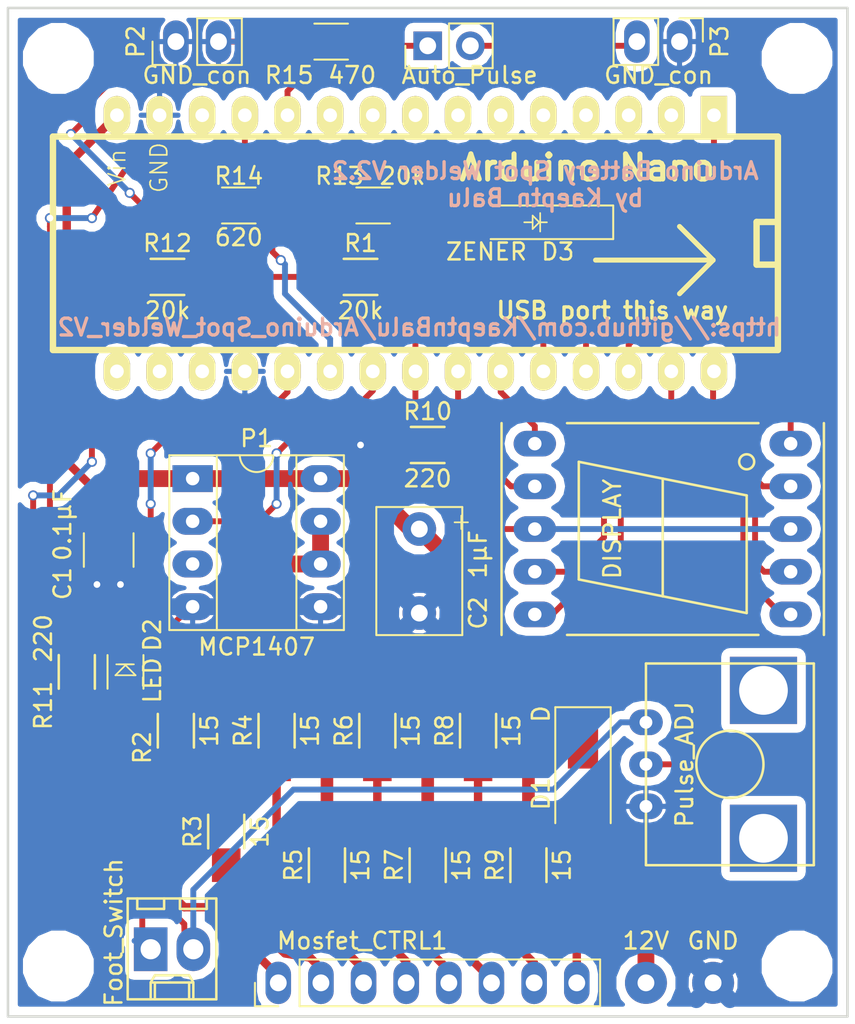
<source format=kicad_pcb>
(kicad_pcb (version 4) (host pcbnew 4.0.4-stable)

  (general
    (links 65)
    (no_connects 0)
    (area 69.324999 51.8 199.35 141.500001)
    (thickness 1.6)
    (drawings 42)
    (tracks 302)
    (zones 0)
    (modules 35)
    (nets 45)
  )

  (page A4)
  (layers
    (0 F.Cu signal)
    (31 B.Cu signal)
    (32 B.Adhes user)
    (33 F.Adhes user)
    (34 B.Paste user)
    (35 F.Paste user)
    (36 B.SilkS user)
    (37 F.SilkS user)
    (38 B.Mask user)
    (39 F.Mask user)
    (40 Dwgs.User user hide)
    (41 Cmts.User user)
    (42 Eco1.User user hide)
    (43 Eco2.User user hide)
    (44 Edge.Cuts user)
    (45 Margin user hide)
    (46 B.CrtYd user hide)
    (47 F.CrtYd user hide)
    (48 B.Fab user)
    (49 F.Fab user)
  )

  (setup
    (last_trace_width 0.25)
    (user_trace_width 0.35)
    (user_trace_width 0.5)
    (user_trace_width 0.75)
    (user_trace_width 1)
    (user_trace_width 2)
    (trace_clearance 0.2)
    (zone_clearance 0.508)
    (zone_45_only no)
    (trace_min 0.2)
    (segment_width 0.1)
    (edge_width 0.15)
    (via_size 0.6)
    (via_drill 0.4)
    (via_min_size 0.4)
    (via_min_drill 0.3)
    (uvia_size 0.3)
    (uvia_drill 0.1)
    (uvias_allowed no)
    (uvia_min_size 0.2)
    (uvia_min_drill 0.1)
    (pcb_text_width 0.3)
    (pcb_text_size 1.5 1.5)
    (mod_edge_width 0.15)
    (mod_text_size 1 1)
    (mod_text_width 0.15)
    (pad_size 2.6 2.6)
    (pad_drill 2.6)
    (pad_to_mask_clearance 0.2)
    (aux_axis_origin 70 130)
    (grid_origin 70 130)
    (visible_elements 7FFFFFFF)
    (pcbplotparams
      (layerselection 0x010f0_80000001)
      (usegerberextensions false)
      (excludeedgelayer true)
      (linewidth 0.100000)
      (plotframeref false)
      (viasonmask false)
      (mode 1)
      (useauxorigin false)
      (hpglpennumber 1)
      (hpglpenspeed 20)
      (hpglpendiameter 15)
      (hpglpenoverlay 2)
      (psnegative false)
      (psa4output false)
      (plotreference true)
      (plotvalue true)
      (plotinvisibletext false)
      (padsonsilk false)
      (subtractmaskfromsilk false)
      (outputformat 1)
      (mirror false)
      (drillshape 0)
      (scaleselection 1)
      (outputdirectory "Gerber/Arduino Board/"))
  )

  (net 0 "")
  (net 1 /Vin)
  (net 2 GND)
  (net 3 +12V)
  (net 4 "Net-(D2-Pad2)")
  (net 5 /D10)
  (net 6 /D9)
  (net 7 "Net-(DISPLAY1-Pad3)")
  (net 8 /D8)
  (net 9 /D13)
  (net 10 /D7)
  (net 11 /D6)
  (net 12 /D11)
  (net 13 /D12)
  (net 14 "Net-(Foot_Switch1-Pad1)")
  (net 15 +5V)
  (net 16 "Net-(Mosfet_CTRL1-Pad1)")
  (net 17 "Net-(Mosfet_CTRL1-Pad2)")
  (net 18 "Net-(Mosfet_CTRL1-Pad3)")
  (net 19 "Net-(Mosfet_CTRL1-Pad4)")
  (net 20 "Net-(Mosfet_CTRL1-Pad5)")
  (net 21 "Net-(Mosfet_CTRL1-Pad6)")
  (net 22 "Net-(Mosfet_CTRL1-Pad7)")
  (net 23 "Net-(Mosfet_CTRL1-Pad8)")
  (net 24 /D5)
  (net 25 "Net-(P1-Pad6)")
  (net 26 "Net-(P1-Pad3)")
  (net 27 "Net-(R11-Pad2)")
  (net 28 "Net-(U1-Pad2)")
  (net 29 "Net-(U1-Pad3)")
  (net 30 "Net-(U1-Pad5)")
  (net 31 "Net-(U1-Pad6)")
  (net 32 "Net-(U1-Pad7)")
  (net 33 "Net-(U1-Pad8)")
  (net 34 "Net-(U1-Pad9)")
  (net 35 "Net-(U1-Pad10)")
  (net 36 "Net-(U1-Pad13)")
  (net 37 "Net-(U1-Pad16)")
  (net 38 "Net-(U1-Pad17)")
  (net 39 "Net-(U1-Pad18)")
  (net 40 /A7)
  (net 41 "Net-(U1-Pad4)")
  (net 42 "Net-(Auto_Pulse1-Pad1)")
  (net 43 "Net-(Auto_Pulse1-Pad2)")
  (net 44 /D3)

  (net_class Default "This is the default net class."
    (clearance 0.2)
    (trace_width 0.25)
    (via_dia 0.6)
    (via_drill 0.4)
    (uvia_dia 0.3)
    (uvia_drill 0.1)
    (add_net +12V)
    (add_net +5V)
    (add_net /A7)
    (add_net /D10)
    (add_net /D11)
    (add_net /D12)
    (add_net /D13)
    (add_net /D3)
    (add_net /D5)
    (add_net /D6)
    (add_net /D7)
    (add_net /D8)
    (add_net /D9)
    (add_net /Vin)
    (add_net GND)
    (add_net "Net-(Auto_Pulse1-Pad1)")
    (add_net "Net-(Auto_Pulse1-Pad2)")
    (add_net "Net-(D2-Pad2)")
    (add_net "Net-(DISPLAY1-Pad3)")
    (add_net "Net-(Foot_Switch1-Pad1)")
    (add_net "Net-(Mosfet_CTRL1-Pad1)")
    (add_net "Net-(Mosfet_CTRL1-Pad2)")
    (add_net "Net-(Mosfet_CTRL1-Pad3)")
    (add_net "Net-(Mosfet_CTRL1-Pad4)")
    (add_net "Net-(Mosfet_CTRL1-Pad5)")
    (add_net "Net-(Mosfet_CTRL1-Pad6)")
    (add_net "Net-(Mosfet_CTRL1-Pad7)")
    (add_net "Net-(Mosfet_CTRL1-Pad8)")
    (add_net "Net-(P1-Pad3)")
    (add_net "Net-(P1-Pad6)")
    (add_net "Net-(R11-Pad2)")
    (add_net "Net-(U1-Pad10)")
    (add_net "Net-(U1-Pad13)")
    (add_net "Net-(U1-Pad16)")
    (add_net "Net-(U1-Pad17)")
    (add_net "Net-(U1-Pad18)")
    (add_net "Net-(U1-Pad2)")
    (add_net "Net-(U1-Pad3)")
    (add_net "Net-(U1-Pad4)")
    (add_net "Net-(U1-Pad5)")
    (add_net "Net-(U1-Pad6)")
    (add_net "Net-(U1-Pad7)")
    (add_net "Net-(U1-Pad8)")
    (add_net "Net-(U1-Pad9)")
  )

  (module Capacitors_ThroughHole:C_Disc_D7.5mm_W5.0mm_P5.00mm (layer F.Cu) (tedit 58A723DB) (tstamp 588F882E)
    (at 94.5 101 270)
    (descr "C, Disc series, Radial, pin pitch=5.00mm, , diameter*width=7.5*5.0mm^2, Capacitor, http://www.vishay.com/docs/28535/vy2series.pdf")
    (tags "C Disc series Radial pin pitch 5.00mm  diameter 7.5mm width 5.0mm Capacitor")
    (path /588FD4DB)
    (fp_text reference C2 (at 5 -3.5 270) (layer F.SilkS)
      (effects (font (size 1 1) (thickness 0.15)))
    )
    (fp_text value 1µF (at 1.5 -3.5 270) (layer F.SilkS)
      (effects (font (size 1 1) (thickness 0.15)))
    )
    (fp_line (start -1.25 -2.5) (end -1.25 2.5) (layer F.Fab) (width 0.1))
    (fp_line (start -1.25 2.5) (end 6.25 2.5) (layer F.Fab) (width 0.1))
    (fp_line (start 6.25 2.5) (end 6.25 -2.5) (layer F.Fab) (width 0.1))
    (fp_line (start 6.25 -2.5) (end -1.25 -2.5) (layer F.Fab) (width 0.1))
    (fp_line (start -1.31 -2.56) (end 6.31 -2.56) (layer F.SilkS) (width 0.12))
    (fp_line (start -1.31 2.56) (end 6.31 2.56) (layer F.SilkS) (width 0.12))
    (fp_line (start -1.31 -2.56) (end -1.31 2.56) (layer F.SilkS) (width 0.12))
    (fp_line (start 6.31 -2.56) (end 6.31 2.56) (layer F.SilkS) (width 0.12))
    (fp_line (start -1.6 -2.85) (end -1.6 2.85) (layer F.CrtYd) (width 0.05))
    (fp_line (start -1.6 2.85) (end 6.6 2.85) (layer F.CrtYd) (width 0.05))
    (fp_line (start 6.6 2.85) (end 6.6 -2.85) (layer F.CrtYd) (width 0.05))
    (fp_line (start 6.6 -2.85) (end -1.6 -2.85) (layer F.CrtYd) (width 0.05))
    (pad 1 thru_hole circle (at 0 0 270) (size 2 2) (drill 1) (layers *.Cu *.Mask)
      (net 1 /Vin))
    (pad 2 thru_hole circle (at 5 0 270) (size 2 2) (drill 1) (layers *.Cu *.Mask)
      (net 2 GND))
    (model Capacitors_ThroughHole.3dshapes/C_Disc_D7.5mm_W5.0mm_P5.00mm.wrl
      (at (xyz 0 0 0))
      (scale (xyz 0.393701 0.393701 0.393701))
      (rotate (xyz 0 0 0))
    )
  )

  (module Displays_7-Segment:7SegmentLED_LTS6760_LTS6780 (layer F.Cu) (tedit 58961232) (tstamp 588F8848)
    (at 109 101 90)
    (path /588F770E)
    (fp_text reference DISPLAY (at 0 -3 90) (layer F.SilkS)
      (effects (font (size 1 1) (thickness 0.15)))
    )
    (fp_text value 7SEGMENTS (at -1 4 90) (layer F.Fab)
      (effects (font (size 1 1) (thickness 0.15)))
    )
    (fp_circle (center 4 5) (end 4.4 5.2) (layer F.SilkS) (width 0.15))
    (fp_line (start -3 -5) (end -4 0) (layer F.SilkS) (width 0.15))
    (fp_line (start -4 0) (end -5 5) (layer F.SilkS) (width 0.15))
    (fp_line (start -5 5) (end 2 5) (layer F.SilkS) (width 0.15))
    (fp_line (start 2 5) (end 3 0) (layer F.SilkS) (width 0.15))
    (fp_line (start 4 -5) (end 3 0) (layer F.SilkS) (width 0.15))
    (fp_line (start 3 0) (end -4 0) (layer F.SilkS) (width 0.15))
    (fp_line (start -3 -5) (end 4 -5) (layer F.SilkS) (width 0.15))
    (fp_line (start 6.3 9.6) (end -6.3 9.6) (layer F.SilkS) (width 0.15))
    (fp_line (start -6.3 -5.7) (end -6.3 5.7) (layer F.SilkS) (width 0.15))
    (fp_line (start 6.3 -5.7) (end 6.3 5.7) (layer F.SilkS) (width 0.15))
    (fp_line (start -6.3 -9.6) (end 6.3 -9.6) (layer F.SilkS) (width 0.15))
    (pad 1 thru_hole oval (at -5.08 7.62 90) (size 1.524 2.524) (drill 0.8) (layers *.Cu *.Mask)
      (net 5 /D10))
    (pad 2 thru_hole oval (at -2.54 7.62 90) (size 1.524 2.524) (drill 0.8) (layers *.Cu *.Mask)
      (net 6 /D9))
    (pad 3 thru_hole oval (at 0 7.62 90) (size 1.524 2.524) (drill 0.8) (layers *.Cu *.Mask)
      (net 7 "Net-(DISPLAY1-Pad3)"))
    (pad 4 thru_hole oval (at 2.54 7.62 90) (size 1.524 2.524) (drill 0.8) (layers *.Cu *.Mask)
      (net 8 /D8))
    (pad 5 thru_hole oval (at 5.08 7.62 90) (size 1.524 2.524) (drill 0.8) (layers *.Cu *.Mask)
      (net 9 /D13))
    (pad 6 thru_hole oval (at 5.08 -7.62 90) (size 1.524 2.524) (drill 0.8) (layers *.Cu *.Mask)
      (net 10 /D7))
    (pad 7 thru_hole oval (at 2.54 -7.62 90) (size 1.524 2.524) (drill 0.8) (layers *.Cu *.Mask)
      (net 11 /D6))
    (pad 8 thru_hole oval (at 0 -7.62 90) (size 1.524 2.524) (drill 0.8) (layers *.Cu *.Mask)
      (net 7 "Net-(DISPLAY1-Pad3)"))
    (pad 9 thru_hole oval (at -2.54 -7.62 90) (size 1.524 2.524) (drill 0.8) (layers *.Cu *.Mask)
      (net 12 /D11))
    (pad 10 thru_hole oval (at -5.08 -7.62 90) (size 1.524 2.524) (drill 0.8) (layers *.Cu *.Mask)
      (net 13 /D12))
    (model Displays_7-Segment.3dshapes/7SegmentLED_LTS6760_LTS6780.wrl
      (at (xyz 0 0 0))
      (scale (xyz 0.3937 0.3937 0.3937))
      (rotate (xyz 0 0 0))
    )
  )

  (module Connectors_Molex:Molex_KK-6410-02_02x2.54mm_Straight (layer F.Cu) (tedit 5891AA54) (tstamp 588F884E)
    (at 78.5 126)
    (descr "Connector Headers with Friction Lock, 22-27-2021, http://www.molex.com/pdm_docs/sd/022272021_sd.pdf")
    (tags "connector molex kk_6410 22-27-2021")
    (path /588FB469)
    (fp_text reference Foot_Switch (at -2.2 -1 90) (layer F.SilkS)
      (effects (font (size 1 1) (thickness 0.15)))
    )
    (fp_text value CONN_01X02 (at 1.27 4.5) (layer F.Fab) hide
      (effects (font (size 1 1) (thickness 0.15)))
    )
    (fp_line (start -1.37 -3.02) (end -1.37 2.98) (layer F.SilkS) (width 0.15))
    (fp_line (start -1.37 2.98) (end 3.91 2.98) (layer F.SilkS) (width 0.15))
    (fp_line (start 3.91 2.98) (end 3.91 -3.02) (layer F.SilkS) (width 0.15))
    (fp_line (start 3.91 -3.02) (end -1.37 -3.02) (layer F.SilkS) (width 0.15))
    (fp_line (start 0 2.98) (end 0 1.98) (layer F.SilkS) (width 0.15))
    (fp_line (start 0 1.98) (end 2.54 1.98) (layer F.SilkS) (width 0.15))
    (fp_line (start 2.54 1.98) (end 2.54 2.98) (layer F.SilkS) (width 0.15))
    (fp_line (start 0 1.98) (end 0.25 1.55) (layer F.SilkS) (width 0.15))
    (fp_line (start 0.25 1.55) (end 2.29 1.55) (layer F.SilkS) (width 0.15))
    (fp_line (start 2.29 1.55) (end 2.54 1.98) (layer F.SilkS) (width 0.15))
    (fp_line (start 0.25 2.98) (end 0.25 1.98) (layer F.SilkS) (width 0.15))
    (fp_line (start 2.29 2.98) (end 2.29 1.98) (layer F.SilkS) (width 0.15))
    (fp_line (start -0.8 -3.02) (end -0.8 -2.4) (layer F.SilkS) (width 0.15))
    (fp_line (start -0.8 -2.4) (end 0.8 -2.4) (layer F.SilkS) (width 0.15))
    (fp_line (start 0.8 -2.4) (end 0.8 -3.02) (layer F.SilkS) (width 0.15))
    (fp_line (start 1.74 -3.02) (end 1.74 -2.4) (layer F.SilkS) (width 0.15))
    (fp_line (start 1.74 -2.4) (end 3.34 -2.4) (layer F.SilkS) (width 0.15))
    (fp_line (start 3.34 -2.4) (end 3.34 -3.02) (layer F.SilkS) (width 0.15))
    (fp_line (start -1.9 3.5) (end -1.9 -3.55) (layer F.CrtYd) (width 0.05))
    (fp_line (start -1.9 -3.55) (end 4.45 -3.55) (layer F.CrtYd) (width 0.05))
    (fp_line (start 4.45 -3.55) (end 4.45 3.5) (layer F.CrtYd) (width 0.05))
    (fp_line (start 4.45 3.5) (end -1.9 3.5) (layer F.CrtYd) (width 0.05))
    (pad 1 thru_hole rect (at 0 0) (size 2 2.6) (drill 1.2) (layers *.Cu *.Mask)
      (net 14 "Net-(Foot_Switch1-Pad1)"))
    (pad 2 thru_hole oval (at 2.54 0) (size 2 2.6) (drill 1.2) (layers *.Cu *.Mask)
      (net 15 +5V))
  )

  (module Housings_DIP:DIP-8_W7.62mm_Socket_LongPads (layer F.Cu) (tedit 588F90DD) (tstamp 588F8866)
    (at 81 98)
    (descr "8-lead dip package, row spacing 7.62 mm (300 mils), Socket, LongPads")
    (tags "DIL DIP PDIP 2.54mm 7.62mm 300mil Socket LongPads")
    (path /588FC77B)
    (fp_text reference P1 (at 3.81 -2.39) (layer F.SilkS)
      (effects (font (size 1 1) (thickness 0.15)))
    )
    (fp_text value MCP1407 (at 3.81 10.01) (layer F.SilkS)
      (effects (font (size 1 1) (thickness 0.15)))
    )
    (fp_arc (start 3.81 -1.39) (end 2.81 -1.39) (angle -180) (layer F.SilkS) (width 0.12))
    (fp_line (start 1.635 -1.27) (end 6.985 -1.27) (layer F.Fab) (width 0.1))
    (fp_line (start 6.985 -1.27) (end 6.985 8.89) (layer F.Fab) (width 0.1))
    (fp_line (start 6.985 8.89) (end 0.635 8.89) (layer F.Fab) (width 0.1))
    (fp_line (start 0.635 8.89) (end 0.635 -0.27) (layer F.Fab) (width 0.1))
    (fp_line (start 0.635 -0.27) (end 1.635 -1.27) (layer F.Fab) (width 0.1))
    (fp_line (start -1.27 -1.27) (end -1.27 8.89) (layer F.Fab) (width 0.1))
    (fp_line (start -1.27 8.89) (end 8.89 8.89) (layer F.Fab) (width 0.1))
    (fp_line (start 8.89 8.89) (end 8.89 -1.27) (layer F.Fab) (width 0.1))
    (fp_line (start 8.89 -1.27) (end -1.27 -1.27) (layer F.Fab) (width 0.1))
    (fp_line (start 2.81 -1.39) (end 1.44 -1.39) (layer F.SilkS) (width 0.12))
    (fp_line (start 1.44 -1.39) (end 1.44 9.01) (layer F.SilkS) (width 0.12))
    (fp_line (start 1.44 9.01) (end 6.18 9.01) (layer F.SilkS) (width 0.12))
    (fp_line (start 6.18 9.01) (end 6.18 -1.39) (layer F.SilkS) (width 0.12))
    (fp_line (start 6.18 -1.39) (end 4.81 -1.39) (layer F.SilkS) (width 0.12))
    (fp_line (start -1.39 -1.39) (end -1.39 9.01) (layer F.SilkS) (width 0.12))
    (fp_line (start -1.39 9.01) (end 9.01 9.01) (layer F.SilkS) (width 0.12))
    (fp_line (start 9.01 9.01) (end 9.01 -1.39) (layer F.SilkS) (width 0.12))
    (fp_line (start 9.01 -1.39) (end -1.39 -1.39) (layer F.SilkS) (width 0.12))
    (fp_line (start -1.7 -1.7) (end -1.7 9.3) (layer F.CrtYd) (width 0.05))
    (fp_line (start -1.7 9.3) (end 9.3 9.3) (layer F.CrtYd) (width 0.05))
    (fp_line (start 9.3 9.3) (end 9.3 -1.7) (layer F.CrtYd) (width 0.05))
    (fp_line (start 9.3 -1.7) (end -1.7 -1.7) (layer F.CrtYd) (width 0.05))
    (pad 1 thru_hole rect (at 0 0) (size 2.4 1.6) (drill 0.8) (layers *.Cu *.Mask)
      (net 1 /Vin))
    (pad 5 thru_hole oval (at 7.62 7.62) (size 2.4 1.6) (drill 0.8) (layers *.Cu *.Mask)
      (net 2 GND))
    (pad 2 thru_hole oval (at 0 2.54) (size 2.4 1.6) (drill 0.8) (layers *.Cu *.Mask)
      (net 24 /D5))
    (pad 6 thru_hole oval (at 7.62 5.08) (size 2.4 1.6) (drill 0.8) (layers *.Cu *.Mask)
      (net 25 "Net-(P1-Pad6)"))
    (pad 3 thru_hole oval (at 0 5.08) (size 2.4 1.6) (drill 0.8) (layers *.Cu *.Mask)
      (net 26 "Net-(P1-Pad3)"))
    (pad 7 thru_hole oval (at 7.62 2.54) (size 2.4 1.6) (drill 0.8) (layers *.Cu *.Mask)
      (net 25 "Net-(P1-Pad6)"))
    (pad 4 thru_hole oval (at 0 7.62) (size 2.4 1.6) (drill 0.8) (layers *.Cu *.Mask)
      (net 2 GND))
    (pad 8 thru_hole oval (at 7.62 0) (size 2.4 1.6) (drill 0.8) (layers *.Cu *.Mask)
      (net 1 /Vin))
    (model Housings_DIP.3dshapes/DIP-8_W7.62mm_Socket_LongPads.wrl
      (at (xyz 0 0 0))
      (scale (xyz 1 1 1))
      (rotate (xyz 0 0 0))
    )
  )

  (module Pin_Headers:Pin_Header_Straight_1x02_Pitch2.54mm (layer F.Cu) (tedit 59049BFD) (tstamp 588F886C)
    (at 80 72 90)
    (descr "Through hole straight pin header, 1x02, 2.54mm pitch, single row")
    (tags "Through hole pin header THT 1x02 2.54mm single row")
    (path /588FC1B2)
    (fp_text reference P2 (at 0 -2.39 90) (layer F.SilkS)
      (effects (font (size 1 1) (thickness 0.15)))
    )
    (fp_text value GND_con (at -2 1.25 180) (layer F.SilkS)
      (effects (font (size 1 1) (thickness 0.15)))
    )
    (fp_line (start -1.27 -1.27) (end -1.27 3.81) (layer F.Fab) (width 0.1))
    (fp_line (start -1.27 3.81) (end 1.27 3.81) (layer F.Fab) (width 0.1))
    (fp_line (start 1.27 3.81) (end 1.27 -1.27) (layer F.Fab) (width 0.1))
    (fp_line (start 1.27 -1.27) (end -1.27 -1.27) (layer F.Fab) (width 0.1))
    (fp_line (start -1.39 1.27) (end -1.39 3.93) (layer F.SilkS) (width 0.12))
    (fp_line (start -1.39 3.93) (end 1.39 3.93) (layer F.SilkS) (width 0.12))
    (fp_line (start 1.39 3.93) (end 1.39 1.27) (layer F.SilkS) (width 0.12))
    (fp_line (start 1.39 1.27) (end -1.39 1.27) (layer F.SilkS) (width 0.12))
    (fp_line (start -1.39 0) (end -1.39 -1.39) (layer F.SilkS) (width 0.12))
    (fp_line (start -1.39 -1.39) (end 0 -1.39) (layer F.SilkS) (width 0.12))
    (fp_line (start -1.6 -1.6) (end -1.6 4.1) (layer F.CrtYd) (width 0.05))
    (fp_line (start -1.6 4.1) (end 1.6 4.1) (layer F.CrtYd) (width 0.05))
    (fp_line (start 1.6 4.1) (end 1.6 -1.6) (layer F.CrtYd) (width 0.05))
    (fp_line (start 1.6 -1.6) (end -1.6 -1.6) (layer F.CrtYd) (width 0.05))
    (pad 1 thru_hole oval (at 0 0 90) (size 2.52 1.52) (drill 1) (layers *.Cu *.Mask)
      (net 2 GND))
    (pad 2 thru_hole oval (at 0 2.54 90) (size 2.52 1.52) (drill 1) (layers *.Cu *.Mask)
      (net 2 GND))
    (model Pin_Headers.3dshapes/Pin_Header_Straight_1x02_Pitch2.54mm.wrl
      (at (xyz 0 -0.05 0))
      (scale (xyz 1 1 1))
      (rotate (xyz 0 0 90))
    )
  )

  (module Pin_Headers:Pin_Header_Straight_1x02_Pitch2.54mm (layer F.Cu) (tedit 5904A0A8) (tstamp 588F8872)
    (at 110 72 270)
    (descr "Through hole straight pin header, 1x02, 2.54mm pitch, single row")
    (tags "Through hole pin header THT 1x02 2.54mm single row")
    (path /588FC247)
    (fp_text reference P3 (at 0 -2.39 270) (layer F.SilkS)
      (effects (font (size 1 1) (thickness 0.15)))
    )
    (fp_text value GND_con (at 2 1.25 360) (layer F.SilkS)
      (effects (font (size 1 1) (thickness 0.15)))
    )
    (fp_line (start -1.27 -1.27) (end -1.27 3.81) (layer F.Fab) (width 0.1))
    (fp_line (start -1.27 3.81) (end 1.27 3.81) (layer F.Fab) (width 0.1))
    (fp_line (start 1.27 3.81) (end 1.27 -1.27) (layer F.Fab) (width 0.1))
    (fp_line (start 1.27 -1.27) (end -1.27 -1.27) (layer F.Fab) (width 0.1))
    (fp_line (start -1.39 1.27) (end -1.39 3.93) (layer F.SilkS) (width 0.12))
    (fp_line (start -1.39 3.93) (end 1.39 3.93) (layer F.SilkS) (width 0.12))
    (fp_line (start 1.39 3.93) (end 1.39 1.27) (layer F.SilkS) (width 0.12))
    (fp_line (start 1.39 1.27) (end -1.39 1.27) (layer F.SilkS) (width 0.12))
    (fp_line (start -1.39 0) (end -1.39 -1.39) (layer F.SilkS) (width 0.12))
    (fp_line (start -1.39 -1.39) (end 0 -1.39) (layer F.SilkS) (width 0.12))
    (fp_line (start -1.6 -1.6) (end -1.6 4.1) (layer F.CrtYd) (width 0.05))
    (fp_line (start -1.6 4.1) (end 1.6 4.1) (layer F.CrtYd) (width 0.05))
    (fp_line (start 1.6 4.1) (end 1.6 -1.6) (layer F.CrtYd) (width 0.05))
    (fp_line (start 1.6 -1.6) (end -1.6 -1.6) (layer F.CrtYd) (width 0.05))
    (pad 1 thru_hole oval (at 0 0 270) (size 2.52 1.52) (drill 1) (layers *.Cu *.Mask)
      (net 2 GND))
    (pad 2 thru_hole oval (at 0 2.54 270) (size 2.52 1.52) (drill 1) (layers *.Cu *.Mask)
      (net 43 "Net-(Auto_Pulse1-Pad2)"))
    (model Pin_Headers.3dshapes/Pin_Header_Straight_1x02_Pitch2.54mm.wrl
      (at (xyz 0 -0.05 0))
      (scale (xyz 1 1 1))
      (rotate (xyz 0 0 90))
    )
  )

  (module pots_own:RK09K1130A5R (layer F.Cu) (tedit 58A721E4) (tstamp 588F887B)
    (at 108 115 270)
    (path /588F95A9)
    (fp_text reference Pulse_ADJ (at 0 -2.3 270) (layer F.SilkS)
      (effects (font (size 1 1) (thickness 0.15)))
    )
    (fp_text value POT (at 0 -11 270) (layer F.Fab)
      (effects (font (size 1 1) (thickness 0.15)))
    )
    (fp_circle (center 0 -5) (end 0 -3) (layer F.SilkS) (width 0.15))
    (fp_line (start -6 0) (end -6 -10) (layer F.SilkS) (width 0.15))
    (fp_line (start -6 -10) (end 6 -10) (layer F.SilkS) (width 0.15))
    (fp_line (start 6 -10) (end 6 0) (layer F.SilkS) (width 0.15))
    (fp_line (start 6 0) (end -6 0) (layer F.SilkS) (width 0.15))
    (pad 1 thru_hole oval (at -2.5 0 270) (size 1.524 2) (drill 0.762) (layers *.Cu *.Mask)
      (net 15 +5V))
    (pad 2 thru_hole oval (at 0 0 270) (size 1.524 2) (drill 0.762) (layers *.Cu *.Mask)
      (net 40 /A7))
    (pad 3 thru_hole oval (at 2.5 0 270) (size 1.524 2) (drill 0.762) (layers *.Cu *.Mask)
      (net 2 GND))
    (pad "" np_thru_hole rect (at 4.4 -7 270) (size 4 4) (drill 2.9) (layers *.Cu *.Mask))
    (pad "" np_thru_hole rect (at -4.4 -7 270) (size 4 4) (drill 2.9) (layers *.Cu *.Mask))
  )

  (module Resistors_SMD:R_1206_HandSoldering (layer F.Cu) (tedit 5896102D) (tstamp 588F8881)
    (at 91 86)
    (descr "Resistor SMD 1206, hand soldering")
    (tags "resistor 1206")
    (path /588FF08A)
    (attr smd)
    (fp_text reference R1 (at 0 -2) (layer F.SilkS)
      (effects (font (size 1 1) (thickness 0.15)))
    )
    (fp_text value 20k (at 0 2) (layer F.SilkS)
      (effects (font (size 1 1) (thickness 0.15)))
    )
    (fp_line (start -1.6 0.8) (end -1.6 -0.8) (layer F.Fab) (width 0.1))
    (fp_line (start 1.6 0.8) (end -1.6 0.8) (layer F.Fab) (width 0.1))
    (fp_line (start 1.6 -0.8) (end 1.6 0.8) (layer F.Fab) (width 0.1))
    (fp_line (start -1.6 -0.8) (end 1.6 -0.8) (layer F.Fab) (width 0.1))
    (fp_line (start -3.3 -1.2) (end 3.3 -1.2) (layer F.CrtYd) (width 0.05))
    (fp_line (start -3.3 1.2) (end 3.3 1.2) (layer F.CrtYd) (width 0.05))
    (fp_line (start -3.3 -1.2) (end -3.3 1.2) (layer F.CrtYd) (width 0.05))
    (fp_line (start 3.3 -1.2) (end 3.3 1.2) (layer F.CrtYd) (width 0.05))
    (fp_line (start 1 1.075) (end -1 1.075) (layer F.SilkS) (width 0.15))
    (fp_line (start -1 -1.075) (end 1 -1.075) (layer F.SilkS) (width 0.15))
    (pad 1 smd rect (at -2 0) (size 2 1.7) (layers F.Cu F.Paste F.Mask)
      (net 2 GND))
    (pad 2 smd rect (at 2 0) (size 2 1.7) (layers F.Cu F.Paste F.Mask)
      (net 24 /D5))
    (model Resistors_SMD.3dshapes/R_1206_HandSoldering.wrl
      (at (xyz 0 0 0))
      (scale (xyz 1 1 1))
      (rotate (xyz 0 0 0))
    )
  )

  (module Resistors_SMD:R_1206_HandSoldering (layer F.Cu) (tedit 58CABC38) (tstamp 588F8887)
    (at 80 113 90)
    (descr "Resistor SMD 1206, hand soldering")
    (tags "resistor 1206")
    (path /589006D0)
    (attr smd)
    (fp_text reference R2 (at -1 -2 90) (layer F.SilkS)
      (effects (font (size 1 1) (thickness 0.15)))
    )
    (fp_text value 15 (at 0 2 90) (layer F.SilkS)
      (effects (font (size 1 1) (thickness 0.15)))
    )
    (fp_line (start -1.6 0.8) (end -1.6 -0.8) (layer F.Fab) (width 0.1))
    (fp_line (start 1.6 0.8) (end -1.6 0.8) (layer F.Fab) (width 0.1))
    (fp_line (start 1.6 -0.8) (end 1.6 0.8) (layer F.Fab) (width 0.1))
    (fp_line (start -1.6 -0.8) (end 1.6 -0.8) (layer F.Fab) (width 0.1))
    (fp_line (start -3.3 -1.2) (end 3.3 -1.2) (layer F.CrtYd) (width 0.05))
    (fp_line (start -3.3 1.2) (end 3.3 1.2) (layer F.CrtYd) (width 0.05))
    (fp_line (start -3.3 -1.2) (end -3.3 1.2) (layer F.CrtYd) (width 0.05))
    (fp_line (start 3.3 -1.2) (end 3.3 1.2) (layer F.CrtYd) (width 0.05))
    (fp_line (start 1 1.075) (end -1 1.075) (layer F.SilkS) (width 0.15))
    (fp_line (start -1 -1.075) (end 1 -1.075) (layer F.SilkS) (width 0.15))
    (pad 1 smd rect (at -2 0 90) (size 2 1.7) (layers F.Cu F.Paste F.Mask)
      (net 16 "Net-(Mosfet_CTRL1-Pad1)"))
    (pad 2 smd rect (at 2 0 90) (size 2 1.7) (layers F.Cu F.Paste F.Mask)
      (net 25 "Net-(P1-Pad6)"))
    (model Resistors_SMD.3dshapes/R_1206_HandSoldering.wrl
      (at (xyz 0 0 0))
      (scale (xyz 1 1 1))
      (rotate (xyz 0 0 0))
    )
  )

  (module Resistors_SMD:R_1206_HandSoldering (layer F.Cu) (tedit 58960F9B) (tstamp 588F888D)
    (at 83 119 90)
    (descr "Resistor SMD 1206, hand soldering")
    (tags "resistor 1206")
    (path /589009E2)
    (attr smd)
    (fp_text reference R3 (at 0 -2 90) (layer F.SilkS)
      (effects (font (size 1 1) (thickness 0.15)))
    )
    (fp_text value 15 (at 0 2 90) (layer F.SilkS)
      (effects (font (size 1 1) (thickness 0.15)))
    )
    (fp_line (start -1.6 0.8) (end -1.6 -0.8) (layer F.Fab) (width 0.1))
    (fp_line (start 1.6 0.8) (end -1.6 0.8) (layer F.Fab) (width 0.1))
    (fp_line (start 1.6 -0.8) (end 1.6 0.8) (layer F.Fab) (width 0.1))
    (fp_line (start -1.6 -0.8) (end 1.6 -0.8) (layer F.Fab) (width 0.1))
    (fp_line (start -3.3 -1.2) (end 3.3 -1.2) (layer F.CrtYd) (width 0.05))
    (fp_line (start -3.3 1.2) (end 3.3 1.2) (layer F.CrtYd) (width 0.05))
    (fp_line (start -3.3 -1.2) (end -3.3 1.2) (layer F.CrtYd) (width 0.05))
    (fp_line (start 3.3 -1.2) (end 3.3 1.2) (layer F.CrtYd) (width 0.05))
    (fp_line (start 1 1.075) (end -1 1.075) (layer F.SilkS) (width 0.15))
    (fp_line (start -1 -1.075) (end 1 -1.075) (layer F.SilkS) (width 0.15))
    (pad 1 smd rect (at -2 0 90) (size 2 1.7) (layers F.Cu F.Paste F.Mask)
      (net 17 "Net-(Mosfet_CTRL1-Pad2)"))
    (pad 2 smd rect (at 2 0 90) (size 2 1.7) (layers F.Cu F.Paste F.Mask)
      (net 25 "Net-(P1-Pad6)"))
    (model Resistors_SMD.3dshapes/R_1206_HandSoldering.wrl
      (at (xyz 0 0 0))
      (scale (xyz 1 1 1))
      (rotate (xyz 0 0 0))
    )
  )

  (module Resistors_SMD:R_1206_HandSoldering (layer F.Cu) (tedit 58960F6D) (tstamp 588F8893)
    (at 86 113 90)
    (descr "Resistor SMD 1206, hand soldering")
    (tags "resistor 1206")
    (path /58900A2B)
    (attr smd)
    (fp_text reference R4 (at 0 -2 90) (layer F.SilkS)
      (effects (font (size 1 1) (thickness 0.15)))
    )
    (fp_text value 15 (at 0 2 90) (layer F.SilkS)
      (effects (font (size 1 1) (thickness 0.15)))
    )
    (fp_line (start -1.6 0.8) (end -1.6 -0.8) (layer F.Fab) (width 0.1))
    (fp_line (start 1.6 0.8) (end -1.6 0.8) (layer F.Fab) (width 0.1))
    (fp_line (start 1.6 -0.8) (end 1.6 0.8) (layer F.Fab) (width 0.1))
    (fp_line (start -1.6 -0.8) (end 1.6 -0.8) (layer F.Fab) (width 0.1))
    (fp_line (start -3.3 -1.2) (end 3.3 -1.2) (layer F.CrtYd) (width 0.05))
    (fp_line (start -3.3 1.2) (end 3.3 1.2) (layer F.CrtYd) (width 0.05))
    (fp_line (start -3.3 -1.2) (end -3.3 1.2) (layer F.CrtYd) (width 0.05))
    (fp_line (start 3.3 -1.2) (end 3.3 1.2) (layer F.CrtYd) (width 0.05))
    (fp_line (start 1 1.075) (end -1 1.075) (layer F.SilkS) (width 0.15))
    (fp_line (start -1 -1.075) (end 1 -1.075) (layer F.SilkS) (width 0.15))
    (pad 1 smd rect (at -2 0 90) (size 2 1.7) (layers F.Cu F.Paste F.Mask)
      (net 18 "Net-(Mosfet_CTRL1-Pad3)"))
    (pad 2 smd rect (at 2 0 90) (size 2 1.7) (layers F.Cu F.Paste F.Mask)
      (net 25 "Net-(P1-Pad6)"))
    (model Resistors_SMD.3dshapes/R_1206_HandSoldering.wrl
      (at (xyz 0 0 0))
      (scale (xyz 1 1 1))
      (rotate (xyz 0 0 0))
    )
  )

  (module Resistors_SMD:R_1206_HandSoldering (layer F.Cu) (tedit 58960FA4) (tstamp 588F8899)
    (at 89 121 90)
    (descr "Resistor SMD 1206, hand soldering")
    (tags "resistor 1206")
    (path /58900A7F)
    (attr smd)
    (fp_text reference R5 (at 0 -2 90) (layer F.SilkS)
      (effects (font (size 1 1) (thickness 0.15)))
    )
    (fp_text value 15 (at 0 2 90) (layer F.SilkS)
      (effects (font (size 1 1) (thickness 0.15)))
    )
    (fp_line (start -1.6 0.8) (end -1.6 -0.8) (layer F.Fab) (width 0.1))
    (fp_line (start 1.6 0.8) (end -1.6 0.8) (layer F.Fab) (width 0.1))
    (fp_line (start 1.6 -0.8) (end 1.6 0.8) (layer F.Fab) (width 0.1))
    (fp_line (start -1.6 -0.8) (end 1.6 -0.8) (layer F.Fab) (width 0.1))
    (fp_line (start -3.3 -1.2) (end 3.3 -1.2) (layer F.CrtYd) (width 0.05))
    (fp_line (start -3.3 1.2) (end 3.3 1.2) (layer F.CrtYd) (width 0.05))
    (fp_line (start -3.3 -1.2) (end -3.3 1.2) (layer F.CrtYd) (width 0.05))
    (fp_line (start 3.3 -1.2) (end 3.3 1.2) (layer F.CrtYd) (width 0.05))
    (fp_line (start 1 1.075) (end -1 1.075) (layer F.SilkS) (width 0.15))
    (fp_line (start -1 -1.075) (end 1 -1.075) (layer F.SilkS) (width 0.15))
    (pad 1 smd rect (at -2 0 90) (size 2 1.7) (layers F.Cu F.Paste F.Mask)
      (net 19 "Net-(Mosfet_CTRL1-Pad4)"))
    (pad 2 smd rect (at 2 0 90) (size 2 1.7) (layers F.Cu F.Paste F.Mask)
      (net 25 "Net-(P1-Pad6)"))
    (model Resistors_SMD.3dshapes/R_1206_HandSoldering.wrl
      (at (xyz 0 0 0))
      (scale (xyz 1 1 1))
      (rotate (xyz 0 0 0))
    )
  )

  (module Resistors_SMD:R_1206_HandSoldering (layer F.Cu) (tedit 58960F77) (tstamp 588F889F)
    (at 92 113 90)
    (descr "Resistor SMD 1206, hand soldering")
    (tags "resistor 1206")
    (path /58900E23)
    (attr smd)
    (fp_text reference R6 (at 0 -2 90) (layer F.SilkS)
      (effects (font (size 1 1) (thickness 0.15)))
    )
    (fp_text value 15 (at 0 2 90) (layer F.SilkS)
      (effects (font (size 1 1) (thickness 0.15)))
    )
    (fp_line (start -1.6 0.8) (end -1.6 -0.8) (layer F.Fab) (width 0.1))
    (fp_line (start 1.6 0.8) (end -1.6 0.8) (layer F.Fab) (width 0.1))
    (fp_line (start 1.6 -0.8) (end 1.6 0.8) (layer F.Fab) (width 0.1))
    (fp_line (start -1.6 -0.8) (end 1.6 -0.8) (layer F.Fab) (width 0.1))
    (fp_line (start -3.3 -1.2) (end 3.3 -1.2) (layer F.CrtYd) (width 0.05))
    (fp_line (start -3.3 1.2) (end 3.3 1.2) (layer F.CrtYd) (width 0.05))
    (fp_line (start -3.3 -1.2) (end -3.3 1.2) (layer F.CrtYd) (width 0.05))
    (fp_line (start 3.3 -1.2) (end 3.3 1.2) (layer F.CrtYd) (width 0.05))
    (fp_line (start 1 1.075) (end -1 1.075) (layer F.SilkS) (width 0.15))
    (fp_line (start -1 -1.075) (end 1 -1.075) (layer F.SilkS) (width 0.15))
    (pad 1 smd rect (at -2 0 90) (size 2 1.7) (layers F.Cu F.Paste F.Mask)
      (net 20 "Net-(Mosfet_CTRL1-Pad5)"))
    (pad 2 smd rect (at 2 0 90) (size 2 1.7) (layers F.Cu F.Paste F.Mask)
      (net 25 "Net-(P1-Pad6)"))
    (model Resistors_SMD.3dshapes/R_1206_HandSoldering.wrl
      (at (xyz 0 0 0))
      (scale (xyz 1 1 1))
      (rotate (xyz 0 0 0))
    )
  )

  (module Resistors_SMD:R_1206_HandSoldering (layer F.Cu) (tedit 58960FAD) (tstamp 588F88A5)
    (at 95 121 90)
    (descr "Resistor SMD 1206, hand soldering")
    (tags "resistor 1206")
    (path /58900E7D)
    (attr smd)
    (fp_text reference R7 (at 0 -2 90) (layer F.SilkS)
      (effects (font (size 1 1) (thickness 0.15)))
    )
    (fp_text value 15 (at 0 2 90) (layer F.SilkS)
      (effects (font (size 1 1) (thickness 0.15)))
    )
    (fp_line (start -1.6 0.8) (end -1.6 -0.8) (layer F.Fab) (width 0.1))
    (fp_line (start 1.6 0.8) (end -1.6 0.8) (layer F.Fab) (width 0.1))
    (fp_line (start 1.6 -0.8) (end 1.6 0.8) (layer F.Fab) (width 0.1))
    (fp_line (start -1.6 -0.8) (end 1.6 -0.8) (layer F.Fab) (width 0.1))
    (fp_line (start -3.3 -1.2) (end 3.3 -1.2) (layer F.CrtYd) (width 0.05))
    (fp_line (start -3.3 1.2) (end 3.3 1.2) (layer F.CrtYd) (width 0.05))
    (fp_line (start -3.3 -1.2) (end -3.3 1.2) (layer F.CrtYd) (width 0.05))
    (fp_line (start 3.3 -1.2) (end 3.3 1.2) (layer F.CrtYd) (width 0.05))
    (fp_line (start 1 1.075) (end -1 1.075) (layer F.SilkS) (width 0.15))
    (fp_line (start -1 -1.075) (end 1 -1.075) (layer F.SilkS) (width 0.15))
    (pad 1 smd rect (at -2 0 90) (size 2 1.7) (layers F.Cu F.Paste F.Mask)
      (net 21 "Net-(Mosfet_CTRL1-Pad6)"))
    (pad 2 smd rect (at 2 0 90) (size 2 1.7) (layers F.Cu F.Paste F.Mask)
      (net 25 "Net-(P1-Pad6)"))
    (model Resistors_SMD.3dshapes/R_1206_HandSoldering.wrl
      (at (xyz 0 0 0))
      (scale (xyz 1 1 1))
      (rotate (xyz 0 0 0))
    )
  )

  (module Resistors_SMD:R_1206_HandSoldering (layer F.Cu) (tedit 58960F82) (tstamp 588F88AB)
    (at 98 113 90)
    (descr "Resistor SMD 1206, hand soldering")
    (tags "resistor 1206")
    (path /58900ED6)
    (attr smd)
    (fp_text reference R8 (at 0 -2 90) (layer F.SilkS)
      (effects (font (size 1 1) (thickness 0.15)))
    )
    (fp_text value 15 (at 0 2 90) (layer F.SilkS)
      (effects (font (size 1 1) (thickness 0.15)))
    )
    (fp_line (start -1.6 0.8) (end -1.6 -0.8) (layer F.Fab) (width 0.1))
    (fp_line (start 1.6 0.8) (end -1.6 0.8) (layer F.Fab) (width 0.1))
    (fp_line (start 1.6 -0.8) (end 1.6 0.8) (layer F.Fab) (width 0.1))
    (fp_line (start -1.6 -0.8) (end 1.6 -0.8) (layer F.Fab) (width 0.1))
    (fp_line (start -3.3 -1.2) (end 3.3 -1.2) (layer F.CrtYd) (width 0.05))
    (fp_line (start -3.3 1.2) (end 3.3 1.2) (layer F.CrtYd) (width 0.05))
    (fp_line (start -3.3 -1.2) (end -3.3 1.2) (layer F.CrtYd) (width 0.05))
    (fp_line (start 3.3 -1.2) (end 3.3 1.2) (layer F.CrtYd) (width 0.05))
    (fp_line (start 1 1.075) (end -1 1.075) (layer F.SilkS) (width 0.15))
    (fp_line (start -1 -1.075) (end 1 -1.075) (layer F.SilkS) (width 0.15))
    (pad 1 smd rect (at -2 0 90) (size 2 1.7) (layers F.Cu F.Paste F.Mask)
      (net 22 "Net-(Mosfet_CTRL1-Pad7)"))
    (pad 2 smd rect (at 2 0 90) (size 2 1.7) (layers F.Cu F.Paste F.Mask)
      (net 25 "Net-(P1-Pad6)"))
    (model Resistors_SMD.3dshapes/R_1206_HandSoldering.wrl
      (at (xyz 0 0 0))
      (scale (xyz 1 1 1))
      (rotate (xyz 0 0 0))
    )
  )

  (module Resistors_SMD:R_1206_HandSoldering (layer F.Cu) (tedit 58960FB6) (tstamp 588F88B1)
    (at 101 121 90)
    (descr "Resistor SMD 1206, hand soldering")
    (tags "resistor 1206")
    (path /58901074)
    (attr smd)
    (fp_text reference R9 (at 0 -2 90) (layer F.SilkS)
      (effects (font (size 1 1) (thickness 0.15)))
    )
    (fp_text value 15 (at 0 2 90) (layer F.SilkS)
      (effects (font (size 1 1) (thickness 0.15)))
    )
    (fp_line (start -1.6 0.8) (end -1.6 -0.8) (layer F.Fab) (width 0.1))
    (fp_line (start 1.6 0.8) (end -1.6 0.8) (layer F.Fab) (width 0.1))
    (fp_line (start 1.6 -0.8) (end 1.6 0.8) (layer F.Fab) (width 0.1))
    (fp_line (start -1.6 -0.8) (end 1.6 -0.8) (layer F.Fab) (width 0.1))
    (fp_line (start -3.3 -1.2) (end 3.3 -1.2) (layer F.CrtYd) (width 0.05))
    (fp_line (start -3.3 1.2) (end 3.3 1.2) (layer F.CrtYd) (width 0.05))
    (fp_line (start -3.3 -1.2) (end -3.3 1.2) (layer F.CrtYd) (width 0.05))
    (fp_line (start 3.3 -1.2) (end 3.3 1.2) (layer F.CrtYd) (width 0.05))
    (fp_line (start 1 1.075) (end -1 1.075) (layer F.SilkS) (width 0.15))
    (fp_line (start -1 -1.075) (end 1 -1.075) (layer F.SilkS) (width 0.15))
    (pad 1 smd rect (at -2 0 90) (size 2 1.7) (layers F.Cu F.Paste F.Mask)
      (net 23 "Net-(Mosfet_CTRL1-Pad8)"))
    (pad 2 smd rect (at 2 0 90) (size 2 1.7) (layers F.Cu F.Paste F.Mask)
      (net 25 "Net-(P1-Pad6)"))
    (model Resistors_SMD.3dshapes/R_1206_HandSoldering.wrl
      (at (xyz 0 0 0))
      (scale (xyz 1 1 1))
      (rotate (xyz 0 0 0))
    )
  )

  (module Resistors_SMD:R_1206_HandSoldering (layer F.Cu) (tedit 58961004) (tstamp 588F88B7)
    (at 95 96)
    (descr "Resistor SMD 1206, hand soldering")
    (tags "resistor 1206")
    (path /588F8D26)
    (attr smd)
    (fp_text reference R10 (at 0 -2) (layer F.SilkS)
      (effects (font (size 1 1) (thickness 0.15)))
    )
    (fp_text value 220 (at 0 2) (layer F.SilkS)
      (effects (font (size 1 1) (thickness 0.15)))
    )
    (fp_line (start -1.6 0.8) (end -1.6 -0.8) (layer F.Fab) (width 0.1))
    (fp_line (start 1.6 0.8) (end -1.6 0.8) (layer F.Fab) (width 0.1))
    (fp_line (start 1.6 -0.8) (end 1.6 0.8) (layer F.Fab) (width 0.1))
    (fp_line (start -1.6 -0.8) (end 1.6 -0.8) (layer F.Fab) (width 0.1))
    (fp_line (start -3.3 -1.2) (end 3.3 -1.2) (layer F.CrtYd) (width 0.05))
    (fp_line (start -3.3 1.2) (end 3.3 1.2) (layer F.CrtYd) (width 0.05))
    (fp_line (start -3.3 -1.2) (end -3.3 1.2) (layer F.CrtYd) (width 0.05))
    (fp_line (start 3.3 -1.2) (end 3.3 1.2) (layer F.CrtYd) (width 0.05))
    (fp_line (start 1 1.075) (end -1 1.075) (layer F.SilkS) (width 0.15))
    (fp_line (start -1 -1.075) (end 1 -1.075) (layer F.SilkS) (width 0.15))
    (pad 1 smd rect (at -2 0) (size 2 1.7) (layers F.Cu F.Paste F.Mask)
      (net 2 GND))
    (pad 2 smd rect (at 2 0) (size 2 1.7) (layers F.Cu F.Paste F.Mask)
      (net 7 "Net-(DISPLAY1-Pad3)"))
    (model Resistors_SMD.3dshapes/R_1206_HandSoldering.wrl
      (at (xyz 0 0 0))
      (scale (xyz 1 1 1))
      (rotate (xyz 0 0 0))
    )
  )

  (module Resistors_SMD:R_1206_HandSoldering (layer F.Cu) (tedit 58961015) (tstamp 588F88BD)
    (at 74.1 109.5 90)
    (descr "Resistor SMD 1206, hand soldering")
    (tags "resistor 1206")
    (path /588F8082)
    (attr smd)
    (fp_text reference R11 (at -2 -2 90) (layer F.SilkS)
      (effects (font (size 1 1) (thickness 0.15)))
    )
    (fp_text value 220 (at 2 -2 90) (layer F.SilkS)
      (effects (font (size 1 1) (thickness 0.15)))
    )
    (fp_line (start -1.6 0.8) (end -1.6 -0.8) (layer F.Fab) (width 0.1))
    (fp_line (start 1.6 0.8) (end -1.6 0.8) (layer F.Fab) (width 0.1))
    (fp_line (start 1.6 -0.8) (end 1.6 0.8) (layer F.Fab) (width 0.1))
    (fp_line (start -1.6 -0.8) (end 1.6 -0.8) (layer F.Fab) (width 0.1))
    (fp_line (start -3.3 -1.2) (end 3.3 -1.2) (layer F.CrtYd) (width 0.05))
    (fp_line (start -3.3 1.2) (end 3.3 1.2) (layer F.CrtYd) (width 0.05))
    (fp_line (start -3.3 -1.2) (end -3.3 1.2) (layer F.CrtYd) (width 0.05))
    (fp_line (start 3.3 -1.2) (end 3.3 1.2) (layer F.CrtYd) (width 0.05))
    (fp_line (start 1 1.075) (end -1 1.075) (layer F.SilkS) (width 0.15))
    (fp_line (start -1 -1.075) (end 1 -1.075) (layer F.SilkS) (width 0.15))
    (pad 1 smd rect (at -2 0 90) (size 2 1.7) (layers F.Cu F.Paste F.Mask)
      (net 4 "Net-(D2-Pad2)"))
    (pad 2 smd rect (at 2 0 90) (size 2 1.7) (layers F.Cu F.Paste F.Mask)
      (net 27 "Net-(R11-Pad2)"))
    (model Resistors_SMD.3dshapes/R_1206_HandSoldering.wrl
      (at (xyz 0 0 0))
      (scale (xyz 1 1 1))
      (rotate (xyz 0 0 0))
    )
  )

  (module Resistors_SMD:R_1206_HandSoldering (layer F.Cu) (tedit 58961045) (tstamp 588F88C3)
    (at 79.5 86 180)
    (descr "Resistor SMD 1206, hand soldering")
    (tags "resistor 1206")
    (path /588FB140)
    (attr smd)
    (fp_text reference R12 (at 0 2 180) (layer F.SilkS)
      (effects (font (size 1 1) (thickness 0.15)))
    )
    (fp_text value 20k (at 0 -2 180) (layer F.SilkS)
      (effects (font (size 1 1) (thickness 0.15)))
    )
    (fp_line (start -1.6 0.8) (end -1.6 -0.8) (layer F.Fab) (width 0.1))
    (fp_line (start 1.6 0.8) (end -1.6 0.8) (layer F.Fab) (width 0.1))
    (fp_line (start 1.6 -0.8) (end 1.6 0.8) (layer F.Fab) (width 0.1))
    (fp_line (start -1.6 -0.8) (end 1.6 -0.8) (layer F.Fab) (width 0.1))
    (fp_line (start -3.3 -1.2) (end 3.3 -1.2) (layer F.CrtYd) (width 0.05))
    (fp_line (start -3.3 1.2) (end 3.3 1.2) (layer F.CrtYd) (width 0.05))
    (fp_line (start -3.3 -1.2) (end -3.3 1.2) (layer F.CrtYd) (width 0.05))
    (fp_line (start 3.3 -1.2) (end 3.3 1.2) (layer F.CrtYd) (width 0.05))
    (fp_line (start 1 1.075) (end -1 1.075) (layer F.SilkS) (width 0.15))
    (fp_line (start -1 -1.075) (end 1 -1.075) (layer F.SilkS) (width 0.15))
    (pad 1 smd rect (at -2 0 180) (size 2 1.7) (layers F.Cu F.Paste F.Mask)
      (net 2 GND))
    (pad 2 smd rect (at 2 0 180) (size 2 1.7) (layers F.Cu F.Paste F.Mask)
      (net 14 "Net-(Foot_Switch1-Pad1)"))
    (model Resistors_SMD.3dshapes/R_1206_HandSoldering.wrl
      (at (xyz 0 0 0))
      (scale (xyz 1 1 1))
      (rotate (xyz 0 0 0))
    )
  )

  (module arduino:arduino_mini (layer F.Cu) (tedit 59049B68) (tstamp 588F88E5)
    (at 93 84 180)
    (descr "30 pins DIL package, elliptical pads, width 600mil (arduino mini)")
    (tags "DIL arduino mini")
    (path /588F760C)
    (fp_text reference U1 (at -13.97 -3.81 180) (layer F.SilkS) hide
      (effects (font (size 1.778 1.778) (thickness 0.3048)))
    )
    (fp_text value arduino_nano (at -12.25 -3.25 180) (layer F.SilkS) hide
      (effects (font (size 1.778 1.778) (thickness 0.3048)))
    )
    (fp_line (start -22.86 -6.35) (end 20.32 -6.35) (layer F.SilkS) (width 0.381))
    (fp_line (start 20.32 -6.35) (end 20.32 6.35) (layer F.SilkS) (width 0.381))
    (fp_line (start 20.32 6.35) (end -22.86 6.35) (layer F.SilkS) (width 0.381))
    (fp_line (start -22.86 6.35) (end -22.86 -6.35) (layer F.SilkS) (width 0.381))
    (fp_line (start -22.86 1.27) (end -21.59 1.27) (layer F.SilkS) (width 0.381))
    (fp_line (start -21.59 1.27) (end -21.59 -1.27) (layer F.SilkS) (width 0.381))
    (fp_line (start -21.59 -1.27) (end -22.86 -1.27) (layer F.SilkS) (width 0.381))
    (pad 1 thru_hole rect (at -19.05 7.62 180) (size 1.5748 2.286) (drill 0.8128) (layers *.Cu *.Mask F.SilkS)
      (net 9 /D13))
    (pad 2 thru_hole oval (at -16.51 7.62 180) (size 1.5748 2.286) (drill 0.8128) (layers *.Cu *.Mask F.SilkS)
      (net 28 "Net-(U1-Pad2)"))
    (pad 3 thru_hole oval (at -13.97 7.62 180) (size 1.5748 2.286) (drill 0.8128) (layers *.Cu *.Mask F.SilkS)
      (net 29 "Net-(U1-Pad3)"))
    (pad 4 thru_hole oval (at -11.43 7.62 180) (size 1.5748 2.286) (drill 0.8128) (layers *.Cu *.Mask F.SilkS)
      (net 41 "Net-(U1-Pad4)"))
    (pad 5 thru_hole oval (at -8.89 7.62 180) (size 1.5748 2.286) (drill 0.8128) (layers *.Cu *.Mask F.SilkS)
      (net 30 "Net-(U1-Pad5)"))
    (pad 6 thru_hole oval (at -6.35 7.62 180) (size 1.5748 2.286) (drill 0.8128) (layers *.Cu *.Mask F.SilkS)
      (net 31 "Net-(U1-Pad6)"))
    (pad 7 thru_hole oval (at -3.81 7.62 180) (size 1.5748 2.286) (drill 0.8128) (layers *.Cu *.Mask F.SilkS)
      (net 32 "Net-(U1-Pad7)"))
    (pad 8 thru_hole oval (at -1.27 7.62 180) (size 1.5748 2.286) (drill 0.8128) (layers *.Cu *.Mask F.SilkS)
      (net 33 "Net-(U1-Pad8)"))
    (pad 9 thru_hole oval (at 1.27 7.62 180) (size 1.5748 2.286) (drill 0.8128) (layers *.Cu *.Mask F.SilkS)
      (net 34 "Net-(U1-Pad9)"))
    (pad 10 thru_hole oval (at 3.81 7.62 180) (size 1.5748 2.286) (drill 0.8128) (layers *.Cu *.Mask F.SilkS)
      (net 35 "Net-(U1-Pad10)"))
    (pad 11 thru_hole oval (at 6.35 7.62 180) (size 1.5748 2.286) (drill 0.8128) (layers *.Cu *.Mask F.SilkS)
      (net 40 /A7))
    (pad 12 thru_hole oval (at 8.89 7.62 180) (size 1.5748 2.286) (drill 0.8128) (layers *.Cu *.Mask F.SilkS)
      (net 15 +5V))
    (pad 13 thru_hole oval (at 11.43 7.62 180) (size 1.5748 2.286) (drill 0.8128) (layers *.Cu *.Mask F.SilkS)
      (net 36 "Net-(U1-Pad13)"))
    (pad 14 thru_hole oval (at 13.97 7.62 180) (size 1.5748 2.286) (drill 0.8128) (layers *.Cu *.Mask F.SilkS)
      (net 2 GND))
    (pad 15 thru_hole oval (at 16.51 7.62 180) (size 1.5748 2.286) (drill 0.8128) (layers *.Cu *.Mask F.SilkS)
      (net 1 /Vin))
    (pad 16 thru_hole oval (at 16.51 -7.62 180) (size 1.5748 2.286) (drill 0.8128) (layers *.Cu *.Mask F.SilkS)
      (net 37 "Net-(U1-Pad16)"))
    (pad 17 thru_hole oval (at 13.97 -7.62 180) (size 1.5748 2.286) (drill 0.8128) (layers *.Cu *.Mask F.SilkS)
      (net 38 "Net-(U1-Pad17)"))
    (pad 18 thru_hole oval (at 11.43 -7.62 180) (size 1.5748 2.286) (drill 0.8128) (layers *.Cu *.Mask F.SilkS)
      (net 39 "Net-(U1-Pad18)"))
    (pad 19 thru_hole oval (at 8.89 -7.62 180) (size 1.5748 2.286) (drill 0.8128) (layers *.Cu *.Mask F.SilkS)
      (net 2 GND))
    (pad 20 thru_hole oval (at 6.35 -7.62 180) (size 1.5748 2.286) (drill 0.8128) (layers *.Cu *.Mask F.SilkS)
      (net 14 "Net-(Foot_Switch1-Pad1)"))
    (pad 21 thru_hole oval (at 3.81 -7.62 180) (size 1.5748 2.286) (drill 0.8128) (layers *.Cu *.Mask F.SilkS)
      (net 44 /D3))
    (pad 22 thru_hole oval (at 1.27 -7.62 180) (size 1.5748 2.286) (drill 0.8128) (layers *.Cu *.Mask F.SilkS)
      (net 27 "Net-(R11-Pad2)"))
    (pad 23 thru_hole oval (at -1.27 -7.62 180) (size 1.5748 2.286) (drill 0.8128) (layers *.Cu *.Mask F.SilkS)
      (net 24 /D5))
    (pad 24 thru_hole oval (at -3.81 -7.62 180) (size 1.5748 2.286) (drill 0.8128) (layers *.Cu *.Mask F.SilkS)
      (net 11 /D6))
    (pad 25 thru_hole oval (at -6.35 -7.62 180) (size 1.5748 2.286) (drill 0.8128) (layers *.Cu *.Mask F.SilkS)
      (net 10 /D7))
    (pad 26 thru_hole oval (at -8.89 -7.62 180) (size 1.5748 2.286) (drill 0.8128) (layers *.Cu *.Mask F.SilkS)
      (net 8 /D8))
    (pad 27 thru_hole oval (at -11.43 -7.62 180) (size 1.5748 2.286) (drill 0.8128) (layers *.Cu *.Mask F.SilkS)
      (net 6 /D9))
    (pad 28 thru_hole oval (at -13.97 -7.62 180) (size 1.5748 2.286) (drill 0.8128) (layers *.Cu *.Mask F.SilkS)
      (net 5 /D10))
    (pad 29 thru_hole oval (at -16.51 -7.62 180) (size 1.5748 2.286) (drill 0.8128) (layers *.Cu *.Mask F.SilkS)
      (net 12 /D11))
    (pad 30 thru_hole oval (at -19.05 -7.62 180) (size 1.5748 2.286) (drill 0.8128) (layers *.Cu *.Mask F.SilkS)
      (net 13 /D12))
    (model arduino_nano.wrl
      (at (xyz -0.978 -0.385 0))
      (scale (xyz 0.3937 0.3937 0.3937))
      (rotate (xyz 0 0 0))
    )
  )

  (module Mounting_Holes:MountingHole_3.2mm_M3 (layer F.Cu) (tedit 5890E32F) (tstamp 5890BCDE)
    (at 73 73)
    (descr "Mounting Hole 3.2mm, no annular, M3")
    (tags "mounting hole 3.2mm no annular m3")
    (fp_text reference REF** (at 0 -4.2) (layer F.SilkS) hide
      (effects (font (size 1 1) (thickness 0.15)))
    )
    (fp_text value 3.2mm (at 0 4.2) (layer F.Fab) hide
      (effects (font (size 1 1) (thickness 0.15)))
    )
    (fp_circle (center 0 0) (end 3.2 0) (layer Cmts.User) (width 0.15))
    (fp_circle (center 0 0) (end 3.45 0) (layer F.CrtYd) (width 0.05))
    (pad 1 np_thru_hole circle (at 0 0) (size 3.2 3.2) (drill 3.2) (layers *.Cu *.Mask))
  )

  (module Mounting_Holes:MountingHole_3.2mm_M3 (layer F.Cu) (tedit 5890E339) (tstamp 5890BD18)
    (at 117 73)
    (descr "Mounting Hole 3.2mm, no annular, M3")
    (tags "mounting hole 3.2mm no annular m3")
    (fp_text reference REF** (at 0 -4.2) (layer F.SilkS) hide
      (effects (font (size 1 1) (thickness 0.15)))
    )
    (fp_text value 3.2mm (at 0 4.2) (layer F.Fab) hide
      (effects (font (size 1 1) (thickness 0.15)))
    )
    (fp_circle (center 0 0) (end 3.2 0) (layer Cmts.User) (width 0.15))
    (fp_circle (center 0 0) (end 3.45 0) (layer F.CrtYd) (width 0.05))
    (pad 1 np_thru_hole circle (at 0 0) (size 3.2 3.2) (drill 3.2) (layers *.Cu *.Mask))
  )

  (module Mounting_Holes:MountingHole_3.2mm_M3 (layer F.Cu) (tedit 5890E344) (tstamp 5890BDC7)
    (at 73 127)
    (descr "Mounting Hole 3.2mm, no annular, M3")
    (tags "mounting hole 3.2mm no annular m3")
    (fp_text reference REF** (at 0 -4.2) (layer F.SilkS) hide
      (effects (font (size 1 1) (thickness 0.15)))
    )
    (fp_text value 3.2mm (at 0 4.2) (layer F.Fab) hide
      (effects (font (size 1 1) (thickness 0.15)))
    )
    (fp_circle (center 0 0) (end 3.2 0) (layer Cmts.User) (width 0.15))
    (fp_circle (center 0 0) (end 3.45 0) (layer F.CrtYd) (width 0.05))
    (pad 1 np_thru_hole circle (at 0 0) (size 3.2 3.2) (drill 3.2) (layers *.Cu *.Mask))
  )

  (module Mounting_Holes:MountingHole_3.2mm_M3 (layer F.Cu) (tedit 5890E34F) (tstamp 5890BDDC)
    (at 117 127)
    (descr "Mounting Hole 3.2mm, no annular, M3")
    (tags "mounting hole 3.2mm no annular m3")
    (fp_text reference REF** (at 0 -4.2) (layer F.SilkS) hide
      (effects (font (size 1 1) (thickness 0.15)))
    )
    (fp_text value 3.2mm (at 0 4.2) (layer F.Fab) hide
      (effects (font (size 1 1) (thickness 0.15)))
    )
    (fp_circle (center 0 0) (end 3.2 0) (layer Cmts.User) (width 0.15))
    (fp_circle (center 0 0) (end 3.45 0) (layer F.CrtYd) (width 0.05))
    (pad 1 np_thru_hole circle (at 0 0) (size 3.2 3.2) (drill 3.2) (layers *.Cu *.Mask))
  )

  (module Wire_Pads:SolderWirePad_single_1mmDrill (layer F.Cu) (tedit 5890D531) (tstamp 5890CD75)
    (at 112 128)
    (path /5890BC0E)
    (fp_text reference W1 (at 0 -3.81) (layer F.SilkS) hide
      (effects (font (size 1 1) (thickness 0.15)))
    )
    (fp_text value GND (at 0 -2.5) (layer F.SilkS)
      (effects (font (size 1 1) (thickness 0.15)))
    )
    (pad 1 thru_hole circle (at 0 0) (size 2.49936 2.49936) (drill 1.00076) (layers *.Cu *.Mask)
      (net 2 GND))
  )

  (module Wire_Pads:SolderWirePad_single_1mmDrill (layer F.Cu) (tedit 5890D520) (tstamp 5890CD7A)
    (at 108 128)
    (path /5890B313)
    (fp_text reference W2 (at 0 -3.81) (layer F.SilkS) hide
      (effects (font (size 1 1) (thickness 0.15)))
    )
    (fp_text value 12V (at 0 -2.5) (layer F.SilkS)
      (effects (font (size 1 1) (thickness 0.15)))
    )
    (pad 1 thru_hole circle (at 0 0) (size 2.49936 2.49936) (drill 1.00076) (layers *.Cu *.Mask)
      (net 3 +12V))
  )

  (module pots_own:Pin_Header_Straight_1x08_Pitch2.54mm_Large_Pads (layer F.Cu) (tedit 58CAB88A) (tstamp 58CAC200)
    (at 86.1 128 90)
    (descr "Through hole straight pin header, 1x08, 2.54mm pitch, single row")
    (tags "Through hole pin header THT 1x08 2.54mm single row")
    (path /5890305A)
    (fp_text reference Mosfet_CTRL1 (at 2.5 5 180) (layer F.SilkS)
      (effects (font (size 1 1) (thickness 0.15)))
    )
    (fp_text value CONN_01X08 (at 2 15 180) (layer F.Fab)
      (effects (font (size 1 1) (thickness 0.15)))
    )
    (fp_line (start -1.27 -1.27) (end -1.27 19.05) (layer F.Fab) (width 0.1))
    (fp_line (start -1.27 19.05) (end 1.27 19.05) (layer F.Fab) (width 0.1))
    (fp_line (start 1.27 19.05) (end 1.27 -1.27) (layer F.Fab) (width 0.1))
    (fp_line (start 1.27 -1.27) (end -1.27 -1.27) (layer F.Fab) (width 0.1))
    (fp_line (start -1.39 1.27) (end -1.39 19.17) (layer F.SilkS) (width 0.12))
    (fp_line (start -1.39 19.17) (end 1.39 19.17) (layer F.SilkS) (width 0.12))
    (fp_line (start 1.39 19.17) (end 1.39 1.27) (layer F.SilkS) (width 0.12))
    (fp_line (start 1.39 1.27) (end -1.39 1.27) (layer F.SilkS) (width 0.12))
    (fp_line (start -1.39 0) (end -1.39 -1.39) (layer F.SilkS) (width 0.12))
    (fp_line (start -1.39 -1.39) (end 0 -1.39) (layer F.SilkS) (width 0.12))
    (fp_line (start -1.6 -1.6) (end -1.6 19.3) (layer F.CrtYd) (width 0.05))
    (fp_line (start -1.6 19.3) (end 1.6 19.3) (layer F.CrtYd) (width 0.05))
    (fp_line (start 1.6 19.3) (end 1.6 -1.6) (layer F.CrtYd) (width 0.05))
    (fp_line (start 1.6 -1.6) (end -1.6 -1.6) (layer F.CrtYd) (width 0.05))
    (pad 1 thru_hole oval (at 0 0 90) (size 2.52 1.52) (drill 1) (layers *.Cu *.Mask)
      (net 16 "Net-(Mosfet_CTRL1-Pad1)"))
    (pad 2 thru_hole oval (at 0 2.54 90) (size 2.52 1.52) (drill 1) (layers *.Cu *.Mask)
      (net 17 "Net-(Mosfet_CTRL1-Pad2)"))
    (pad 3 thru_hole oval (at 0 5.08 90) (size 2.52 1.52) (drill 1) (layers *.Cu *.Mask)
      (net 18 "Net-(Mosfet_CTRL1-Pad3)"))
    (pad 4 thru_hole oval (at 0 7.62 90) (size 2.52 1.52) (drill 1) (layers *.Cu *.Mask)
      (net 19 "Net-(Mosfet_CTRL1-Pad4)"))
    (pad 5 thru_hole oval (at 0 10.16 90) (size 2.52 1.52) (drill 1) (layers *.Cu *.Mask)
      (net 20 "Net-(Mosfet_CTRL1-Pad5)"))
    (pad 6 thru_hole oval (at 0 12.7 90) (size 2.52 1.52) (drill 1) (layers *.Cu *.Mask)
      (net 21 "Net-(Mosfet_CTRL1-Pad6)"))
    (pad 7 thru_hole oval (at 0 15.24 90) (size 2.52 1.52) (drill 1) (layers *.Cu *.Mask)
      (net 22 "Net-(Mosfet_CTRL1-Pad7)"))
    (pad 8 thru_hole oval (at 0 17.78 90) (size 2.52 1.52) (drill 1) (layers *.Cu *.Mask)
      (net 23 "Net-(Mosfet_CTRL1-Pad8)"))
    (model Pin_Headers.3dshapes/Pin_Header_Straight_1x08_Pitch2.54mm.wrl
      (at (xyz 0 -0.35 0))
      (scale (xyz 1 1 1))
      (rotate (xyz 0 0 90))
    )
  )

  (module Resistors_SMD:R_1206_HandSoldering (layer F.Cu) (tedit 58CABC23) (tstamp 58CAC485)
    (at 77 109.5 270)
    (descr "Resistor SMD 1206, hand soldering")
    (tags "resistor 1206")
    (path /588F7FB9)
    (attr smd)
    (fp_text reference D2 (at -2.2 -1.6 270) (layer F.SilkS)
      (effects (font (size 1 1) (thickness 0.15)))
    )
    (fp_text value LED (at 0.5 -1.6 270) (layer F.SilkS)
      (effects (font (size 1 1) (thickness 0.15)))
    )
    (fp_text user %R (at -2.2 -1.6 270) (layer F.Fab)
      (effects (font (size 1 1) (thickness 0.15)))
    )
    (fp_line (start -1.6 0.8) (end -1.6 -0.8) (layer F.Fab) (width 0.1))
    (fp_line (start 1.6 0.8) (end -1.6 0.8) (layer F.Fab) (width 0.1))
    (fp_line (start 1.6 -0.8) (end 1.6 0.8) (layer F.Fab) (width 0.1))
    (fp_line (start -1.6 -0.8) (end 1.6 -0.8) (layer F.Fab) (width 0.1))
    (fp_line (start 1 1.07) (end -1 1.07) (layer F.SilkS) (width 0.12))
    (fp_line (start -1 -1.07) (end 1 -1.07) (layer F.SilkS) (width 0.12))
    (fp_line (start -3.25 -1.11) (end 3.25 -1.11) (layer F.CrtYd) (width 0.05))
    (fp_line (start -3.25 -1.11) (end -3.25 1.1) (layer F.CrtYd) (width 0.05))
    (fp_line (start 3.25 1.1) (end 3.25 -1.11) (layer F.CrtYd) (width 0.05))
    (fp_line (start 3.25 1.1) (end -3.25 1.1) (layer F.CrtYd) (width 0.05))
    (pad 1 smd rect (at -2 0 270) (size 2 1.7) (layers F.Cu F.Paste F.Mask)
      (net 2 GND))
    (pad 2 smd rect (at 2 0 270) (size 2 1.7) (layers F.Cu F.Paste F.Mask)
      (net 4 "Net-(D2-Pad2)"))
    (model Resistors_SMD.3dshapes/R_1206.wrl
      (at (xyz 0 0 0))
      (scale (xyz 1 1 1))
      (rotate (xyz 0 0 0))
    )
  )

  (module Capacitors_SMD:C_1210_HandSoldering (layer F.Cu) (tedit 58CAC1E8) (tstamp 58CAC838)
    (at 76 102.25 270)
    (descr "Capacitor SMD 1210, hand soldering")
    (tags "capacitor 1210")
    (path /588FD27E)
    (attr smd)
    (fp_text reference C1 (at 2 2.75 270) (layer F.SilkS)
      (effects (font (size 1 1) (thickness 0.15)))
    )
    (fp_text value 0.1µF (at -1.5 2.75 270) (layer F.SilkS)
      (effects (font (size 1 1) (thickness 0.15)))
    )
    (fp_text user %R (at 0 -2.25 270) (layer F.Fab)
      (effects (font (size 1 1) (thickness 0.15)))
    )
    (fp_line (start -1.6 1.25) (end -1.6 -1.25) (layer F.Fab) (width 0.1))
    (fp_line (start 1.6 1.25) (end -1.6 1.25) (layer F.Fab) (width 0.1))
    (fp_line (start 1.6 -1.25) (end 1.6 1.25) (layer F.Fab) (width 0.1))
    (fp_line (start -1.6 -1.25) (end 1.6 -1.25) (layer F.Fab) (width 0.1))
    (fp_line (start 1 -1.48) (end -1 -1.48) (layer F.SilkS) (width 0.12))
    (fp_line (start -1 1.48) (end 1 1.48) (layer F.SilkS) (width 0.12))
    (fp_line (start -3.25 -1.5) (end 3.25 -1.5) (layer F.CrtYd) (width 0.05))
    (fp_line (start -3.25 -1.5) (end -3.25 1.5) (layer F.CrtYd) (width 0.05))
    (fp_line (start 3.25 1.5) (end 3.25 -1.5) (layer F.CrtYd) (width 0.05))
    (fp_line (start 3.25 1.5) (end -3.25 1.5) (layer F.CrtYd) (width 0.05))
    (pad 1 smd rect (at -2 0 270) (size 2 2.5) (layers F.Cu F.Paste F.Mask)
      (net 1 /Vin))
    (pad 2 smd rect (at 2 0 270) (size 2 2.5) (layers F.Cu F.Paste F.Mask)
      (net 2 GND))
    (model Capacitors_SMD.3dshapes/C_1210.wrl
      (at (xyz 0 0 0))
      (scale (xyz 1 1 1))
      (rotate (xyz 0 0 0))
    )
  )

  (module Diodes_SMD:D_SMA_Handsoldering (layer F.Cu) (tedit 58CACB3D) (tstamp 58CACB85)
    (at 104.25 116 270)
    (descr "Diode SMA Handsoldering")
    (tags "Diode SMA Handsoldering")
    (path /588F7893)
    (attr smd)
    (fp_text reference D1 (at 0.75 2.5 270) (layer F.SilkS)
      (effects (font (size 1 1) (thickness 0.15)))
    )
    (fp_text value D (at -4 2.5 270) (layer F.SilkS)
      (effects (font (size 1 1) (thickness 0.15)))
    )
    (fp_line (start -4.4 -1.65) (end -4.4 1.65) (layer F.SilkS) (width 0.12))
    (fp_line (start 2.3 1.5) (end -2.3 1.5) (layer F.Fab) (width 0.1))
    (fp_line (start -2.3 1.5) (end -2.3 -1.5) (layer F.Fab) (width 0.1))
    (fp_line (start 2.3 -1.5) (end 2.3 1.5) (layer F.Fab) (width 0.1))
    (fp_line (start 2.3 -1.5) (end -2.3 -1.5) (layer F.Fab) (width 0.1))
    (fp_line (start -4.5 -1.75) (end 4.5 -1.75) (layer F.CrtYd) (width 0.05))
    (fp_line (start 4.5 -1.75) (end 4.5 1.75) (layer F.CrtYd) (width 0.05))
    (fp_line (start 4.5 1.75) (end -4.5 1.75) (layer F.CrtYd) (width 0.05))
    (fp_line (start -4.5 1.75) (end -4.5 -1.75) (layer F.CrtYd) (width 0.05))
    (fp_line (start -0.64944 0.00102) (end -1.55114 0.00102) (layer F.Fab) (width 0.1))
    (fp_line (start 0.50118 0.00102) (end 1.4994 0.00102) (layer F.Fab) (width 0.1))
    (fp_line (start -0.64944 -0.79908) (end -0.64944 0.80112) (layer F.Fab) (width 0.1))
    (fp_line (start 0.50118 0.75032) (end 0.50118 -0.79908) (layer F.Fab) (width 0.1))
    (fp_line (start -0.64944 0.00102) (end 0.50118 0.75032) (layer F.Fab) (width 0.1))
    (fp_line (start -0.64944 0.00102) (end 0.50118 -0.79908) (layer F.Fab) (width 0.1))
    (fp_line (start -4.4 1.65) (end 2.5 1.65) (layer F.SilkS) (width 0.12))
    (fp_line (start -4.4 -1.65) (end 2.5 -1.65) (layer F.SilkS) (width 0.12))
    (pad 1 smd rect (at -2.5 0 270) (size 3.5 1.8) (layers F.Cu F.Paste F.Mask)
      (net 1 /Vin))
    (pad 2 smd rect (at 2.5 0 270) (size 3.5 1.8) (layers F.Cu F.Paste F.Mask)
      (net 3 +12V))
    (model Diodes_SMD.3dshapes/D_SMA_Handsoldering.wrl
      (at (xyz 0 0 0))
      (scale (xyz 0.3937 0.3937 0.3937))
      (rotate (xyz 0 0 180))
    )
  )

  (module Pin_Headers:Pin_Header_Straight_1x02_Pitch2.54mm (layer F.Cu) (tedit 5904A096) (tstamp 59049A09)
    (at 95 72.25 90)
    (descr "Through hole straight pin header, 1x02, 2.54mm pitch, single row")
    (tags "Through hole pin header THT 1x02 2.54mm single row")
    (path /590599A1)
    (fp_text reference Auto_Pulse (at -1.75 2.5 180) (layer F.SilkS)
      (effects (font (size 1 1) (thickness 0.15)))
    )
    (fp_text value Jumper (at 4.5 1.5 180) (layer F.Fab) hide
      (effects (font (size 1 1) (thickness 0.15)))
    )
    (fp_line (start -1.27 -1.27) (end -1.27 3.81) (layer F.Fab) (width 0.1))
    (fp_line (start -1.27 3.81) (end 1.27 3.81) (layer F.Fab) (width 0.1))
    (fp_line (start 1.27 3.81) (end 1.27 -1.27) (layer F.Fab) (width 0.1))
    (fp_line (start 1.27 -1.27) (end -1.27 -1.27) (layer F.Fab) (width 0.1))
    (fp_line (start -1.33 1.27) (end -1.33 3.87) (layer F.SilkS) (width 0.12))
    (fp_line (start -1.33 3.87) (end 1.33 3.87) (layer F.SilkS) (width 0.12))
    (fp_line (start 1.33 3.87) (end 1.33 1.27) (layer F.SilkS) (width 0.12))
    (fp_line (start 1.33 1.27) (end -1.33 1.27) (layer F.SilkS) (width 0.12))
    (fp_line (start -1.33 0) (end -1.33 -1.33) (layer F.SilkS) (width 0.12))
    (fp_line (start -1.33 -1.33) (end 0 -1.33) (layer F.SilkS) (width 0.12))
    (fp_line (start -1.8 -1.8) (end -1.8 4.35) (layer F.CrtYd) (width 0.05))
    (fp_line (start -1.8 4.35) (end 1.8 4.35) (layer F.CrtYd) (width 0.05))
    (fp_line (start 1.8 4.35) (end 1.8 -1.8) (layer F.CrtYd) (width 0.05))
    (fp_line (start 1.8 -1.8) (end -1.8 -1.8) (layer F.CrtYd) (width 0.05))
    (fp_text user %R (at 3 1.75 180) (layer F.Fab) hide
      (effects (font (size 1 1) (thickness 0.15)))
    )
    (pad 1 thru_hole rect (at 0 0 90) (size 1.7 1.7) (drill 1) (layers *.Cu *.Mask)
      (net 42 "Net-(Auto_Pulse1-Pad1)"))
    (pad 2 thru_hole oval (at 0 2.54 90) (size 1.7 1.7) (drill 1) (layers *.Cu *.Mask)
      (net 43 "Net-(Auto_Pulse1-Pad2)"))
    (model ${KISYS3DMOD}/Pin_Headers.3dshapes/Pin_Header_Straight_1x02_Pitch2.54mm.wrl
      (at (xyz 0 -0.05 0))
      (scale (xyz 1 1 1))
      (rotate (xyz 0 0 90))
    )
  )

  (module Resistors_SMD:R_1206_HandSoldering (layer F.Cu) (tedit 59049C70) (tstamp 59049A2C)
    (at 91.75 81.75)
    (descr "Resistor SMD 1206, hand soldering")
    (tags "resistor 1206")
    (path /5904FD0C)
    (attr smd)
    (fp_text reference R13 (at -2 -1.75) (layer F.SilkS)
      (effects (font (size 1 1) (thickness 0.15)))
    )
    (fp_text value 20k (at 1.75 -1.75) (layer F.SilkS)
      (effects (font (size 1 1) (thickness 0.15)))
    )
    (fp_text user %R (at 0 0) (layer F.Fab)
      (effects (font (size 0.7 0.7) (thickness 0.105)))
    )
    (fp_line (start -1.6 0.8) (end -1.6 -0.8) (layer F.Fab) (width 0.1))
    (fp_line (start 1.6 0.8) (end -1.6 0.8) (layer F.Fab) (width 0.1))
    (fp_line (start 1.6 -0.8) (end 1.6 0.8) (layer F.Fab) (width 0.1))
    (fp_line (start -1.6 -0.8) (end 1.6 -0.8) (layer F.Fab) (width 0.1))
    (fp_line (start 1 1.07) (end -1 1.07) (layer F.SilkS) (width 0.12))
    (fp_line (start -1 -1.07) (end 1 -1.07) (layer F.SilkS) (width 0.12))
    (fp_line (start -3.25 -1.11) (end 3.25 -1.11) (layer F.CrtYd) (width 0.05))
    (fp_line (start -3.25 -1.11) (end -3.25 1.1) (layer F.CrtYd) (width 0.05))
    (fp_line (start 3.25 1.1) (end 3.25 -1.11) (layer F.CrtYd) (width 0.05))
    (fp_line (start 3.25 1.1) (end -3.25 1.1) (layer F.CrtYd) (width 0.05))
    (pad 1 smd rect (at -2 0) (size 2 1.7) (layers F.Cu F.Paste F.Mask)
      (net 44 /D3))
    (pad 2 smd rect (at 2 0) (size 2 1.7) (layers F.Cu F.Paste F.Mask)
      (net 2 GND))
    (model ${KISYS3DMOD}/Resistors_SMD.3dshapes/R_1206.wrl
      (at (xyz 0 0 0))
      (scale (xyz 1 1 1))
      (rotate (xyz 0 0 0))
    )
  )

  (module Resistors_SMD:R_1206_HandSoldering (layer F.Cu) (tedit 59049C8A) (tstamp 59049A32)
    (at 83.75 81.75)
    (descr "Resistor SMD 1206, hand soldering")
    (tags "resistor 1206")
    (path /5904FF40)
    (attr smd)
    (fp_text reference R14 (at 0 -1.75) (layer F.SilkS)
      (effects (font (size 1 1) (thickness 0.15)))
    )
    (fp_text value 620 (at 0 1.9) (layer F.SilkS)
      (effects (font (size 1 1) (thickness 0.15)))
    )
    (fp_text user %R (at 0 0) (layer F.Fab)
      (effects (font (size 0.7 0.7) (thickness 0.105)))
    )
    (fp_line (start -1.6 0.8) (end -1.6 -0.8) (layer F.Fab) (width 0.1))
    (fp_line (start 1.6 0.8) (end -1.6 0.8) (layer F.Fab) (width 0.1))
    (fp_line (start 1.6 -0.8) (end 1.6 0.8) (layer F.Fab) (width 0.1))
    (fp_line (start -1.6 -0.8) (end 1.6 -0.8) (layer F.Fab) (width 0.1))
    (fp_line (start 1 1.07) (end -1 1.07) (layer F.SilkS) (width 0.12))
    (fp_line (start -1 -1.07) (end 1 -1.07) (layer F.SilkS) (width 0.12))
    (fp_line (start -3.25 -1.11) (end 3.25 -1.11) (layer F.CrtYd) (width 0.05))
    (fp_line (start -3.25 -1.11) (end -3.25 1.1) (layer F.CrtYd) (width 0.05))
    (fp_line (start 3.25 1.1) (end 3.25 -1.11) (layer F.CrtYd) (width 0.05))
    (fp_line (start 3.25 1.1) (end -3.25 1.1) (layer F.CrtYd) (width 0.05))
    (pad 1 smd rect (at -2 0) (size 2 1.7) (layers F.Cu F.Paste F.Mask)
      (net 42 "Net-(Auto_Pulse1-Pad1)"))
    (pad 2 smd rect (at 2 0) (size 2 1.7) (layers F.Cu F.Paste F.Mask)
      (net 44 /D3))
    (model ${KISYS3DMOD}/Resistors_SMD.3dshapes/R_1206.wrl
      (at (xyz 0 0 0))
      (scale (xyz 1 1 1))
      (rotate (xyz 0 0 0))
    )
  )

  (module Resistors_SMD:R_1206_HandSoldering (layer F.Cu) (tedit 5904A091) (tstamp 59049A38)
    (at 89.25 72 180)
    (descr "Resistor SMD 1206, hand soldering")
    (tags "resistor 1206")
    (path /5906285C)
    (attr smd)
    (fp_text reference R15 (at 2.5 -2 180) (layer F.SilkS)
      (effects (font (size 1 1) (thickness 0.15)))
    )
    (fp_text value 470 (at -1.25 -2 180) (layer F.SilkS)
      (effects (font (size 1 1) (thickness 0.15)))
    )
    (fp_text user %R (at 0 0 180) (layer F.Fab)
      (effects (font (size 0.7 0.7) (thickness 0.105)))
    )
    (fp_line (start -1.6 0.8) (end -1.6 -0.8) (layer F.Fab) (width 0.1))
    (fp_line (start 1.6 0.8) (end -1.6 0.8) (layer F.Fab) (width 0.1))
    (fp_line (start 1.6 -0.8) (end 1.6 0.8) (layer F.Fab) (width 0.1))
    (fp_line (start -1.6 -0.8) (end 1.6 -0.8) (layer F.Fab) (width 0.1))
    (fp_line (start 1 1.07) (end -1 1.07) (layer F.SilkS) (width 0.12))
    (fp_line (start -1 -1.07) (end 1 -1.07) (layer F.SilkS) (width 0.12))
    (fp_line (start -3.25 -1.11) (end 3.25 -1.11) (layer F.CrtYd) (width 0.05))
    (fp_line (start -3.25 -1.11) (end -3.25 1.1) (layer F.CrtYd) (width 0.05))
    (fp_line (start 3.25 1.1) (end 3.25 -1.11) (layer F.CrtYd) (width 0.05))
    (fp_line (start 3.25 1.1) (end -3.25 1.1) (layer F.CrtYd) (width 0.05))
    (pad 1 smd rect (at -2 0 180) (size 2 1.7) (layers F.Cu F.Paste F.Mask)
      (net 42 "Net-(Auto_Pulse1-Pad1)"))
    (pad 2 smd rect (at 2 0 180) (size 2 1.7) (layers F.Cu F.Paste F.Mask)
      (net 2 GND))
    (model ${KISYS3DMOD}/Resistors_SMD.3dshapes/R_1206.wrl
      (at (xyz 0 0 0))
      (scale (xyz 1 1 1))
      (rotate (xyz 0 0 0))
    )
  )

  (module Diodes_SMD:D_MiniMELF_Handsoldering (layer F.Cu) (tedit 59074508) (tstamp 590744A6)
    (at 101.5 82.75 180)
    (descr "Diode Mini-MELF Handsoldering")
    (tags "Diode Mini-MELF Handsoldering")
    (path /5907549C)
    (attr smd)
    (fp_text reference D3 (at -1.25 -1.75 180) (layer F.SilkS)
      (effects (font (size 1 1) (thickness 0.15)))
    )
    (fp_text value ZENER (at 3 -1.75 180) (layer F.SilkS)
      (effects (font (size 1 1) (thickness 0.15)))
    )
    (fp_text user %R (at -1.25 -1.75 180) (layer F.Fab)
      (effects (font (size 1 1) (thickness 0.15)))
    )
    (fp_line (start 2.75 -1) (end -4.55 -1) (layer F.SilkS) (width 0.12))
    (fp_line (start -4.55 -1) (end -4.55 1) (layer F.SilkS) (width 0.12))
    (fp_line (start -4.55 1) (end 2.75 1) (layer F.SilkS) (width 0.12))
    (fp_line (start 1.65 -0.8) (end 1.65 0.8) (layer F.Fab) (width 0.1))
    (fp_line (start 1.65 0.8) (end -1.65 0.8) (layer F.Fab) (width 0.1))
    (fp_line (start -1.65 0.8) (end -1.65 -0.8) (layer F.Fab) (width 0.1))
    (fp_line (start -1.65 -0.8) (end 1.65 -0.8) (layer F.Fab) (width 0.1))
    (fp_line (start 0.25 0) (end 0.75 0) (layer F.Fab) (width 0.1))
    (fp_line (start 0.25 0.4) (end -0.35 0) (layer F.Fab) (width 0.1))
    (fp_line (start 0.25 -0.4) (end 0.25 0.4) (layer F.Fab) (width 0.1))
    (fp_line (start -0.35 0) (end 0.25 -0.4) (layer F.Fab) (width 0.1))
    (fp_line (start -0.35 0) (end -0.35 0.55) (layer F.Fab) (width 0.1))
    (fp_line (start -0.35 0) (end -0.35 -0.55) (layer F.Fab) (width 0.1))
    (fp_line (start -0.75 0) (end -0.35 0) (layer F.Fab) (width 0.1))
    (fp_line (start -4.65 -1.1) (end 4.65 -1.1) (layer F.CrtYd) (width 0.05))
    (fp_line (start 4.65 -1.1) (end 4.65 1.1) (layer F.CrtYd) (width 0.05))
    (fp_line (start 4.65 1.1) (end -4.65 1.1) (layer F.CrtYd) (width 0.05))
    (fp_line (start -4.65 1.1) (end -4.65 -1.1) (layer F.CrtYd) (width 0.05))
    (pad 1 smd rect (at -2.75 0 180) (size 3.3 1.7) (layers F.Cu F.Paste F.Mask)
      (net 44 /D3))
    (pad 2 smd rect (at 2.75 0 180) (size 3.3 1.7) (layers F.Cu F.Paste F.Mask)
      (net 2 GND))
    (model Diodes_SMD.3dshapes/D_MiniMELF_Standard.wrl
      (at (xyz 0 0 0))
      (scale (xyz 1 1 1))
      (rotate (xyz 0 0 0))
    )
  )

  (gr_line (start 101.7 82.75) (end 101.7 83.3) (angle 90) (layer F.SilkS) (width 0.1))
  (gr_line (start 101.7 82.75) (end 101.7 82.2) (angle 90) (layer F.SilkS) (width 0.1))
  (gr_line (start 101.7 82.75) (end 102.1 82.75) (angle 90) (layer F.SilkS) (width 0.1))
  (gr_line (start 101.25 82.35) (end 101.25 82.75) (angle 90) (layer F.SilkS) (width 0.1))
  (gr_line (start 101.65 82.75) (end 101.25 82.35) (angle 90) (layer F.SilkS) (width 0.1))
  (gr_line (start 101.25 83.15) (end 101.65 82.75) (angle 90) (layer F.SilkS) (width 0.1))
  (gr_line (start 101.25 82.75) (end 101.25 83.15) (angle 90) (layer F.SilkS) (width 0.1))
  (gr_line (start 100.75 82.75) (end 101.25 82.75) (angle 90) (layer F.SilkS) (width 0.1))
  (gr_line (start 96.6 100.6) (end 97.4 100.6) (angle 90) (layer F.SilkS) (width 0.1))
  (gr_line (start 97 100.2) (end 97 101) (angle 90) (layer F.SilkS) (width 0.1))
  (gr_text GND (at 79 79.5 90) (layer F.SilkS)
    (effects (font (size 1 1) (thickness 0.1)))
  )
  (gr_text Vin (at 76.5 79.5 90) (layer F.SilkS)
    (effects (font (size 1 1) (thickness 0.1)))
  )
  (gr_line (start 112 85) (end 110 87) (angle 90) (layer F.SilkS) (width 0.3))
  (gr_line (start 110 83) (end 112 85) (angle 90) (layer F.SilkS) (width 0.3))
  (gr_line (start 112 85) (end 105 85) (angle 90) (layer F.SilkS) (width 0.3))
  (gr_text "USB port this way" (at 106 88) (layer F.SilkS)
    (effects (font (size 1 1) (thickness 0.2)))
  )
  (dimension 7.5 (width 0.3) (layer Dwgs.User)
    (gr_text "7.500 mm" (at 140.25 137.35) (layer Dwgs.User)
      (effects (font (size 1.5 1.5) (thickness 0.3)))
    )
    (feature1 (pts (xy 144 129.5) (xy 144 138.7)))
    (feature2 (pts (xy 136.5 129.5) (xy 136.5 138.7)))
    (crossbar (pts (xy 136.5 136) (xy 144 136)))
    (arrow1a (pts (xy 144 136) (xy 142.873496 136.586421)))
    (arrow1b (pts (xy 144 136) (xy 142.873496 135.413579)))
    (arrow2a (pts (xy 136.5 136) (xy 137.626504 136.586421)))
    (arrow2b (pts (xy 136.5 136) (xy 137.626504 135.413579)))
  )
  (dimension 14 (width 0.3) (layer Dwgs.User)
    (gr_text "14.000 mm" (at 192.35 119.5 270) (layer Dwgs.User)
      (effects (font (size 1.5 1.5) (thickness 0.3)))
    )
    (feature1 (pts (xy 169.5 126.5) (xy 193.7 126.5)))
    (feature2 (pts (xy 169.5 112.5) (xy 193.7 112.5)))
    (crossbar (pts (xy 191 112.5) (xy 191 126.5)))
    (arrow1a (pts (xy 191 126.5) (xy 190.413579 125.373496)))
    (arrow1b (pts (xy 191 126.5) (xy 191.586421 125.373496)))
    (arrow2a (pts (xy 191 112.5) (xy 190.413579 113.626504)))
    (arrow2b (pts (xy 191 112.5) (xy 191.586421 113.626504)))
  )
  (dimension 13 (width 0.3) (layer Dwgs.User)
    (gr_text "13.000 mm" (at 186.85 106 270) (layer Dwgs.User)
      (effects (font (size 1.5 1.5) (thickness 0.3)))
    )
    (feature1 (pts (xy 169.5 112.5) (xy 188.2 112.5)))
    (feature2 (pts (xy 169.5 99.5) (xy 188.2 99.5)))
    (crossbar (pts (xy 185.5 99.5) (xy 185.5 112.5)))
    (arrow1a (pts (xy 185.5 112.5) (xy 184.913579 111.373496)))
    (arrow1b (pts (xy 185.5 112.5) (xy 186.086421 111.373496)))
    (arrow2a (pts (xy 185.5 99.5) (xy 184.913579 100.626504)))
    (arrow2b (pts (xy 185.5 99.5) (xy 186.086421 100.626504)))
  )
  (dimension 13 (width 0.3) (layer Dwgs.User)
    (gr_text "13.000 mm" (at 192.85 93 270) (layer Dwgs.User)
      (effects (font (size 1.5 1.5) (thickness 0.3)))
    )
    (feature1 (pts (xy 169.5 99.5) (xy 194.2 99.5)))
    (feature2 (pts (xy 169.5 86.5) (xy 194.2 86.5)))
    (crossbar (pts (xy 191.5 86.5) (xy 191.5 99.5)))
    (arrow1a (pts (xy 191.5 99.5) (xy 190.913579 98.373496)))
    (arrow1b (pts (xy 191.5 99.5) (xy 192.086421 98.373496)))
    (arrow2a (pts (xy 191.5 86.5) (xy 190.913579 87.626504)))
    (arrow2b (pts (xy 191.5 86.5) (xy 192.086421 87.626504)))
  )
  (dimension 22 (width 0.3) (layer Dwgs.User)
    (gr_text "22.000 mm" (at 155 56.65) (layer Dwgs.User)
      (effects (font (size 1.5 1.5) (thickness 0.3)))
    )
    (feature1 (pts (xy 166 74.5) (xy 166 55.3)))
    (feature2 (pts (xy 144 74.5) (xy 144 55.3)))
    (crossbar (pts (xy 144 58) (xy 166 58)))
    (arrow1a (pts (xy 166 58) (xy 164.873496 58.586421)))
    (arrow1b (pts (xy 166 58) (xy 164.873496 57.413579)))
    (arrow2a (pts (xy 144 58) (xy 145.126504 58.586421)))
    (arrow2b (pts (xy 144 58) (xy 145.126504 57.413579)))
  )
  (dimension 37 (width 0.3) (layer Dwgs.User)
    (gr_text "37.000 mm" (at 155 53.15) (layer Dwgs.User)
      (effects (font (size 1.5 1.5) (thickness 0.3)))
    )
    (feature1 (pts (xy 173.5 73.5) (xy 173.5 51.8)))
    (feature2 (pts (xy 136.5 73.5) (xy 136.5 51.8)))
    (crossbar (pts (xy 136.5 54.5) (xy 173.5 54.5)))
    (arrow1a (pts (xy 173.5 54.5) (xy 172.373496 55.086421)))
    (arrow1b (pts (xy 173.5 54.5) (xy 172.373496 53.913579)))
    (arrow2a (pts (xy 136.5 54.5) (xy 137.626504 55.086421)))
    (arrow2b (pts (xy 136.5 54.5) (xy 137.626504 53.913579)))
  )
  (dimension 11 (width 0.3) (layer Dwgs.User)
    (gr_text "11.000 mm" (at 187.85 81 90) (layer Dwgs.User)
      (effects (font (size 1.5 1.5) (thickness 0.3)))
    )
    (feature1 (pts (xy 169.5 75.5) (xy 189.2 75.5)))
    (feature2 (pts (xy 169.5 86.5) (xy 189.2 86.5)))
    (crossbar (pts (xy 186.5 86.5) (xy 186.5 75.5)))
    (arrow1a (pts (xy 186.5 75.5) (xy 187.086421 76.626504)))
    (arrow1b (pts (xy 186.5 75.5) (xy 185.913579 76.626504)))
    (arrow2a (pts (xy 186.5 86.5) (xy 187.086421 85.373496)))
    (arrow2b (pts (xy 186.5 86.5) (xy 185.913579 85.373496)))
  )
  (dimension 7.5 (width 0.3) (layer Dwgs.User)
    (gr_text "7.500 mm" (at 169.75 134.849999) (layer Dwgs.User)
      (effects (font (size 1.5 1.5) (thickness 0.3)))
    )
    (feature1 (pts (xy 173.5 129.5) (xy 173.5 136.199999)))
    (feature2 (pts (xy 166 129.5) (xy 166 136.199999)))
    (crossbar (pts (xy 166 133.499999) (xy 173.5 133.499999)))
    (arrow1a (pts (xy 173.5 133.499999) (xy 172.373496 134.08642)))
    (arrow1b (pts (xy 173.5 133.499999) (xy 172.373496 132.913578)))
    (arrow2a (pts (xy 166 133.499999) (xy 167.126504 134.08642)))
    (arrow2b (pts (xy 166 133.499999) (xy 167.126504 132.913578)))
  )
  (dimension 8.4 (width 0.3) (layer Dwgs.User)
    (gr_text "8.400 mm" (at 155 140.15) (layer Dwgs.User)
      (effects (font (size 1.5 1.5) (thickness 0.3)))
    )
    (feature1 (pts (xy 159.2 119) (xy 159.2 141.5)))
    (feature2 (pts (xy 150.8 119) (xy 150.8 141.5)))
    (crossbar (pts (xy 150.8 138.8) (xy 159.2 138.8)))
    (arrow1a (pts (xy 159.2 138.8) (xy 158.073496 139.386421)))
    (arrow1b (pts (xy 159.2 138.8) (xy 158.073496 138.213579)))
    (arrow2a (pts (xy 150.8 138.8) (xy 151.926504 139.386421)))
    (arrow2b (pts (xy 150.8 138.8) (xy 151.926504 138.213579)))
  )
  (dimension 13 (width 0.3) (layer Dwgs.User)
    (gr_text "13.000 mm" (at 125.65 86.5 90) (layer Dwgs.User)
      (effects (font (size 1.5 1.5) (thickness 0.3)))
    )
    (feature1 (pts (xy 150.7 80) (xy 124.3 80)))
    (feature2 (pts (xy 150.7 93) (xy 124.3 93)))
    (crossbar (pts (xy 127 93) (xy 127 80)))
    (arrow1a (pts (xy 127 80) (xy 127.586421 81.126504)))
    (arrow1b (pts (xy 127 80) (xy 126.413579 81.126504)))
    (arrow2a (pts (xy 127 93) (xy 127.586421 91.873496)))
    (arrow2b (pts (xy 127 93) (xy 126.413579 91.873496)))
  )
  (dimension 13.000385 (width 0.3) (layer Dwgs.User)
    (gr_text "13.000 mm" (at 125.309159 99.304301 89.55927193) (layer Dwgs.User)
      (effects (font (size 1.5 1.5) (thickness 0.3)))
    )
    (feature1 (pts (xy 150.8 93) (xy 124.009199 92.793917)))
    (feature2 (pts (xy 150.7 106) (xy 123.909199 105.793917)))
    (crossbar (pts (xy 126.609119 105.814686) (xy 126.709119 92.814686)))
    (arrow1a (pts (xy 126.709119 92.814686) (xy 127.286857 93.945667)))
    (arrow1b (pts (xy 126.709119 92.814686) (xy 126.11405 93.936646)))
    (arrow2a (pts (xy 126.609119 105.814686) (xy 127.204188 104.692726)))
    (arrow2b (pts (xy 126.609119 105.814686) (xy 126.031381 104.683705)))
  )
  (dimension 13 (width 0.3) (layer Dwgs.User)
    (gr_text "13.000 mm" (at 124.85 112.5 90) (layer Dwgs.User)
      (effects (font (size 1.5 1.5) (thickness 0.3)))
    )
    (feature1 (pts (xy 150.7 106) (xy 123.5 106)))
    (feature2 (pts (xy 150.7 119) (xy 123.5 119)))
    (crossbar (pts (xy 126.2 119) (xy 126.2 106)))
    (arrow1a (pts (xy 126.2 106) (xy 126.786421 107.126504)))
    (arrow1b (pts (xy 126.2 106) (xy 125.613579 107.126504)))
    (arrow2a (pts (xy 126.2 119) (xy 126.786421 117.873496)))
    (arrow2b (pts (xy 126.2 119) (xy 125.613579 117.873496)))
  )
  (dimension 17 (width 0.3) (layer Dwgs.User)
    (gr_text "17.000 mm" (at 155 62.15) (layer Dwgs.User)
      (effects (font (size 1.5 1.5) (thickness 0.3)))
    )
    (feature1 (pts (xy 163.5 71) (xy 163.5 60.8)))
    (feature2 (pts (xy 146.5 71) (xy 146.5 60.8)))
    (crossbar (pts (xy 146.5 63.5) (xy 163.5 63.5)))
    (arrow1a (pts (xy 163.5 63.5) (xy 162.373496 64.086421)))
    (arrow1b (pts (xy 163.5 63.5) (xy 162.373496 62.913579)))
    (arrow2a (pts (xy 146.5 63.5) (xy 147.626504 64.086421)))
    (arrow2b (pts (xy 146.5 63.5) (xy 147.626504 62.913579)))
  )
  (gr_line (start 76.45 109.05) (end 77.5 109.05) (angle 90) (layer F.SilkS) (width 0.1))
  (gr_line (start 77.6 109.7) (end 77.45 109.7) (angle 90) (layer F.SilkS) (width 0.1))
  (gr_line (start 77 109.1) (end 77.6 109.7) (angle 90) (layer F.SilkS) (width 0.1))
  (gr_line (start 76.4 109.7) (end 77.55 109.7) (angle 90) (layer F.SilkS) (width 0.1))
  (gr_line (start 77 109.1) (end 76.4 109.7) (angle 90) (layer F.SilkS) (width 0.1))
  (gr_line (start 76.6 109.05) (end 77.4 109.05) (angle 90) (layer F.SilkS) (width 0.1))
  (gr_text https://github.com/KaeptnBalu/Arduino_Spot_Welder_V2 (at 94.5 89) (layer B.SilkS)
    (effects (font (size 1 1) (thickness 0.2)) (justify mirror))
  )
  (gr_text "Arduino Battery Spot Welder V2.2\nby Kaeptn Balu" (at 102 80.5) (layer B.SilkS)
    (effects (font (size 1 1) (thickness 0.2)) (justify mirror))
  )
  (gr_text "Arduino Nano" (at 104.5 79.5) (layer F.SilkS)
    (effects (font (size 1.5 1.5) (thickness 0.3)))
  )
  (gr_line (start 120 130) (end 70 130) (angle 90) (layer Edge.Cuts) (width 0.15))
  (gr_line (start 120 70) (end 120 130) (angle 90) (layer Edge.Cuts) (width 0.15))
  (gr_line (start 70 70) (end 120 70) (angle 90) (layer Edge.Cuts) (width 0.15))
  (gr_line (start 70 130) (end 70 70) (angle 90) (layer Edge.Cuts) (width 0.15))

  (segment (start 104.25 113.5) (end 104.25 110.5) (width 1) (layer F.Cu) (net 1))
  (segment (start 97.75 104.25) (end 94.5 101) (width 1) (layer F.Cu) (net 1) (tstamp 58CACBC8))
  (segment (start 97.75 107.25) (end 97.75 104.25) (width 1) (layer F.Cu) (net 1) (tstamp 58CACBC7))
  (segment (start 99.5 109) (end 97.75 107.25) (width 1) (layer F.Cu) (net 1) (tstamp 58CACBC6))
  (segment (start 102.75 109) (end 99.5 109) (width 1) (layer F.Cu) (net 1) (tstamp 58CACBC5))
  (segment (start 104.25 110.5) (end 102.75 109) (width 1) (layer F.Cu) (net 1) (tstamp 58CACBC4))
  (segment (start 104.5 113.25) (end 104.25 113.5) (width 1) (layer F.Cu) (net 1) (tstamp 58CACBC0))
  (segment (start 76 99) (end 76 100.25) (width 1) (layer F.Cu) (net 1))
  (segment (start 76 100.5) (end 76 99) (width 1) (layer F.Cu) (net 1))
  (segment (start 81 98) (end 77 98) (width 1) (layer F.Cu) (net 1))
  (segment (start 77 98) (end 76 99) (width 1) (layer F.Cu) (net 1) (tstamp 5890C73A))
  (segment (start 88.62 98) (end 81 98) (width 1) (layer F.Cu) (net 1))
  (segment (start 95 101) (end 94 101) (width 1) (layer F.Cu) (net 1))
  (segment (start 94 101) (end 92.5 99.5) (width 1) (layer F.Cu) (net 1) (tstamp 5890C70E))
  (segment (start 91.5 98) (end 88.62 98) (width 1) (layer F.Cu) (net 1) (tstamp 5890C712))
  (segment (start 92.5 99) (end 91.5 98) (width 1) (layer F.Cu) (net 1) (tstamp 5890C710))
  (segment (start 92.5 99.5) (end 92.5 99) (width 1) (layer F.Cu) (net 1) (tstamp 5890C70F))
  (segment (start 76 99) (end 75.5 99) (width 0.5) (layer F.Cu) (net 1))
  (segment (start 75.5 99) (end 73.5 97) (width 0.5) (layer F.Cu) (net 1) (tstamp 5890B282))
  (segment (start 73.5 79.37) (end 76.49 76.38) (width 0.5) (layer F.Cu) (net 1) (tstamp 5890B28A))
  (segment (start 73.5 97) (end 73.5 79.37) (width 0.5) (layer F.Cu) (net 1) (tstamp 5890B284))
  (segment (start 93.75 81.75) (end 95.25 81.75) (width 0.35) (layer F.Cu) (net 2))
  (segment (start 96.25 82.75) (end 98.75 82.75) (width 0.35) (layer F.Cu) (net 2) (tstamp 59074501))
  (segment (start 95.25 81.75) (end 96.25 82.75) (width 0.35) (layer F.Cu) (net 2) (tstamp 59074500))
  (segment (start 87.25 72) (end 82.54 72) (width 0.35) (layer F.Cu) (net 2))
  (segment (start 89 83.75) (end 89 86) (width 0.35) (layer F.Cu) (net 2) (tstamp 59049CE0))
  (segment (start 89.25 83.5) (end 89 83.75) (width 0.35) (layer F.Cu) (net 2) (tstamp 59049CDD))
  (segment (start 89.75 83.5) (end 89.25 83.5) (width 0.35) (layer F.Cu) (net 2) (tstamp 59049CDC))
  (segment (start 93.5 83.5) (end 89.75 83.5) (width 0.35) (layer F.Cu) (net 2) (tstamp 59049CDA))
  (segment (start 93.75 83.25) (end 93.5 83.5) (width 0.35) (layer F.Cu) (net 2) (tstamp 59049CD8))
  (segment (start 93.75 81.75) (end 93.75 83.25) (width 0.35) (layer F.Cu) (net 2))
  (segment (start 76.4 104.3) (end 76.7 104.3) (width 1) (layer B.Cu) (net 2))
  (segment (start 76.7 104.3) (end 76.65 104.25) (width 1) (layer F.Cu) (net 2) (tstamp 58CACC91))
  (via (at 76.7 104.3) (size 0.6) (drill 0.4) (layers F.Cu B.Cu) (net 2))
  (segment (start 76.65 104.25) (end 76.5 104.25) (width 1) (layer F.Cu) (net 2) (tstamp 58CACC92))
  (via (at 75.3 104.3) (size 0.6) (drill 0.4) (layers F.Cu B.Cu) (net 2))
  (segment (start 75.3 104.3) (end 75.3 104.25) (width 1) (layer B.Cu) (net 2) (tstamp 58CACC81))
  (segment (start 81 105.62) (end 80.88 105.62) (width 0.35) (layer F.Cu) (net 2))
  (segment (start 80.88 105.62) (end 79 107.5) (width 0.35) (layer F.Cu) (net 2) (tstamp 58CAC4CA))
  (segment (start 79 107.5) (end 77 107.5) (width 0.35) (layer F.Cu) (net 2) (tstamp 58CAC4CB))
  (segment (start 94.5 106) (end 93.5 107) (width 1) (layer B.Cu) (net 2))
  (segment (start 94.5 106) (end 95.5 107) (width 1) (layer B.Cu) (net 2))
  (segment (start 94.5 106) (end 95.5 105) (width 1) (layer B.Cu) (net 2))
  (segment (start 94.5 106) (end 93.5 105) (width 1) (layer B.Cu) (net 2))
  (segment (start 112 128) (end 111 129) (width 1) (layer B.Cu) (net 2))
  (segment (start 112 128) (end 113 129) (width 1) (layer B.Cu) (net 2))
  (segment (start 112 128) (end 113.5 126.5) (width 1) (layer B.Cu) (net 2))
  (segment (start 112 128) (end 110.5 126.5) (width 1) (layer B.Cu) (net 2))
  (segment (start 81 105.62) (end 79.12 105.62) (width 1) (layer B.Cu) (net 2))
  (segment (start 79.12 105.62) (end 79 105.5) (width 1) (layer B.Cu) (net 2) (tstamp 5890CE1D))
  (segment (start 81 105.62) (end 82.88 105.62) (width 1) (layer B.Cu) (net 2))
  (segment (start 82.88 105.62) (end 83 105.5) (width 1) (layer B.Cu) (net 2) (tstamp 5890CE1A))
  (segment (start 88.62 105.62) (end 90.38 105.62) (width 1) (layer B.Cu) (net 2))
  (segment (start 90.38 105.62) (end 90.5 105.5) (width 1) (layer B.Cu) (net 2) (tstamp 5890CE17))
  (segment (start 88.62 105.62) (end 86.62 105.62) (width 1) (layer B.Cu) (net 2))
  (segment (start 86.62 105.62) (end 86.5 105.5) (width 1) (layer B.Cu) (net 2) (tstamp 5890CE0E))
  (segment (start 111.5 128) (end 112 128) (width 1) (layer B.Cu) (net 2))
  (segment (start 93 96) (end 91 96) (width 0.35) (layer F.Cu) (net 2))
  (via (at 91 96) (size 0.6) (drill 0.4) (layers F.Cu B.Cu) (net 2))
  (segment (start 84 86) (end 84 91.51) (width 0.35) (layer F.Cu) (net 2))
  (segment (start 84 91.51) (end 84.11 91.62) (width 0.35) (layer F.Cu) (net 2) (tstamp 5890B632))
  (segment (start 81.5 86) (end 84 86) (width 0.35) (layer F.Cu) (net 2))
  (segment (start 84 86) (end 89 86) (width 0.35) (layer F.Cu) (net 2) (tstamp 5890B630))
  (segment (start 104.25 118.5) (end 104.25 120.5) (width 1) (layer F.Cu) (net 3))
  (segment (start 108 124.25) (end 108 128) (width 1) (layer F.Cu) (net 3) (tstamp 58CACBD2))
  (segment (start 104.25 120.5) (end 108 124.25) (width 1) (layer F.Cu) (net 3) (tstamp 58CACBD1))
  (segment (start 77 111.5) (end 74.1 111.5) (width 0.35) (layer F.Cu) (net 4))
  (segment (start 76.65 111.5) (end 77 111.15) (width 0.35) (layer F.Cu) (net 4) (tstamp 5890B736))
  (segment (start 116.62 106.08) (end 116.08 106.08) (width 0.35) (layer F.Cu) (net 5))
  (segment (start 116.08 106.08) (end 113.8 103.8) (width 0.35) (layer F.Cu) (net 5) (tstamp 5890B9DC))
  (segment (start 113.8 103.8) (end 113.8 99.4) (width 0.35) (layer F.Cu) (net 5) (tstamp 5890B9DD))
  (segment (start 113.8 99.4) (end 112.2 97.8) (width 0.35) (layer F.Cu) (net 5) (tstamp 5890B9E1))
  (segment (start 112.2 97.8) (end 112.2 94.8) (width 0.35) (layer F.Cu) (net 5) (tstamp 5890B9E3))
  (segment (start 112.2 94.8) (end 113.8 93.2) (width 0.35) (layer F.Cu) (net 5) (tstamp 5890B9E5))
  (segment (start 113.8 93.2) (end 113.8 90.4) (width 0.35) (layer F.Cu) (net 5) (tstamp 5890B9E7))
  (segment (start 113.8 90.4) (end 113 89.6) (width 0.35) (layer F.Cu) (net 5) (tstamp 5890B9E9))
  (segment (start 113 89.6) (end 107.4 89.6) (width 0.35) (layer F.Cu) (net 5) (tstamp 5890B9EA))
  (segment (start 107.4 89.6) (end 106.97 90.03) (width 0.35) (layer F.Cu) (net 5) (tstamp 5890B9EC))
  (segment (start 106.97 90.03) (end 106.97 91.62) (width 0.35) (layer F.Cu) (net 5) (tstamp 5890B9ED))
  (segment (start 116.62 103.54) (end 115.04 103.54) (width 0.35) (layer F.Cu) (net 6))
  (segment (start 104.43 89.57) (end 104.43 91.62) (width 0.35) (layer F.Cu) (net 6) (tstamp 5890B9AD))
  (segment (start 105 89) (end 104.43 89.57) (width 0.35) (layer F.Cu) (net 6) (tstamp 5890B9AC))
  (segment (start 113.5 89) (end 105 89) (width 0.35) (layer F.Cu) (net 6) (tstamp 5890B9AA))
  (segment (start 114.5 90) (end 113.5 89) (width 0.35) (layer F.Cu) (net 6) (tstamp 5890B9A9))
  (segment (start 114.5 93.5) (end 114.5 90) (width 0.35) (layer F.Cu) (net 6) (tstamp 5890B9A6))
  (segment (start 113 95) (end 114.5 93.5) (width 0.35) (layer F.Cu) (net 6) (tstamp 5890B9A3))
  (segment (start 113 97.5) (end 113 95) (width 0.35) (layer F.Cu) (net 6) (tstamp 5890B9A0))
  (segment (start 114.5 99) (end 113 97.5) (width 0.35) (layer F.Cu) (net 6) (tstamp 5890B99D))
  (segment (start 114.5 103) (end 114.5 99) (width 0.35) (layer F.Cu) (net 6) (tstamp 5890B99C))
  (segment (start 115.04 103.54) (end 114.5 103) (width 0.35) (layer F.Cu) (net 6) (tstamp 5890B99B))
  (segment (start 116.62 101) (end 101.38 101) (width 0.35) (layer B.Cu) (net 7))
  (segment (start 97 96) (end 97 97.5) (width 0.35) (layer F.Cu) (net 7))
  (segment (start 99 101) (end 101.38 101) (width 0.35) (layer F.Cu) (net 7) (tstamp 5890B7BA))
  (segment (start 98.5 100.5) (end 99 101) (width 0.35) (layer F.Cu) (net 7) (tstamp 5890B7B9))
  (segment (start 98.5 99) (end 98.5 100.5) (width 0.35) (layer F.Cu) (net 7) (tstamp 5890B7B7))
  (segment (start 97 97.5) (end 98.5 99) (width 0.35) (layer F.Cu) (net 7) (tstamp 5890B7B5))
  (segment (start 116.62 98.46) (end 114.96 98.46) (width 0.35) (layer F.Cu) (net 8))
  (segment (start 101.89 89.11) (end 101.89 91.62) (width 0.35) (layer F.Cu) (net 8) (tstamp 5890B982))
  (segment (start 103 88) (end 101.89 89.11) (width 0.35) (layer F.Cu) (net 8) (tstamp 5890B981))
  (segment (start 114 88) (end 103 88) (width 0.35) (layer F.Cu) (net 8) (tstamp 5890B97E))
  (segment (start 115.5 89.5) (end 114 88) (width 0.35) (layer F.Cu) (net 8) (tstamp 5890B97D))
  (segment (start 115.5 94) (end 115.5 89.5) (width 0.35) (layer F.Cu) (net 8) (tstamp 5890B97B))
  (segment (start 114 95.5) (end 115.5 94) (width 0.35) (layer F.Cu) (net 8) (tstamp 5890B978))
  (segment (start 114 97.5) (end 114 95.5) (width 0.35) (layer F.Cu) (net 8) (tstamp 5890B977))
  (segment (start 114.96 98.46) (end 114 97.5) (width 0.35) (layer F.Cu) (net 8) (tstamp 5890B976))
  (segment (start 116.62 95.92) (end 116.62 81.62) (width 0.35) (layer F.Cu) (net 9))
  (segment (start 112.05 79.55) (end 112.05 76.38) (width 0.35) (layer F.Cu) (net 9) (tstamp 58A72709))
  (segment (start 113 80.5) (end 112.05 79.55) (width 0.35) (layer F.Cu) (net 9) (tstamp 58A72708))
  (segment (start 115.5 80.5) (end 113 80.5) (width 0.35) (layer F.Cu) (net 9) (tstamp 58A72707))
  (segment (start 116.62 81.62) (end 115.5 80.5) (width 0.35) (layer F.Cu) (net 9) (tstamp 58A72706))
  (segment (start 101.38 95.92) (end 101.38 94.88) (width 0.35) (layer F.Cu) (net 10))
  (segment (start 99.35 92.85) (end 99.35 91.62) (width 0.35) (layer F.Cu) (net 10) (tstamp 5890B94D))
  (segment (start 101.38 94.88) (end 99.35 92.85) (width 0.35) (layer F.Cu) (net 10) (tstamp 5890B94C))
  (segment (start 101.38 98.46) (end 99.96 98.46) (width 0.35) (layer F.Cu) (net 11))
  (segment (start 96.81 93.31) (end 96.81 91.62) (width 0.35) (layer F.Cu) (net 11) (tstamp 5890B956))
  (segment (start 97.5 94) (end 96.81 93.31) (width 0.35) (layer F.Cu) (net 11) (tstamp 5890B955))
  (segment (start 98 94) (end 97.5 94) (width 0.35) (layer F.Cu) (net 11) (tstamp 5890B953))
  (segment (start 99 95) (end 98 94) (width 0.35) (layer F.Cu) (net 11) (tstamp 5890B952))
  (segment (start 99 97.5) (end 99 95) (width 0.35) (layer F.Cu) (net 11) (tstamp 5890B951))
  (segment (start 99.96 98.46) (end 99 97.5) (width 0.35) (layer F.Cu) (net 11) (tstamp 5890B950))
  (segment (start 101.38 103.54) (end 103.46 103.54) (width 0.35) (layer F.Cu) (net 12))
  (segment (start 109.51 94.49) (end 109.51 91.62) (width 0.35) (layer F.Cu) (net 12) (tstamp 5890BA10))
  (segment (start 109 95) (end 109.51 94.49) (width 0.35) (layer F.Cu) (net 12) (tstamp 5890BA0F))
  (segment (start 107.5 95) (end 109 95) (width 0.35) (layer F.Cu) (net 12) (tstamp 5890BA0E))
  (segment (start 105.5 97) (end 107.5 95) (width 0.35) (layer F.Cu) (net 12) (tstamp 5890BA0C))
  (segment (start 105.5 101.5) (end 105.5 97) (width 0.35) (layer F.Cu) (net 12) (tstamp 5890BA09))
  (segment (start 103.46 103.54) (end 105.5 101.5) (width 0.35) (layer F.Cu) (net 12) (tstamp 5890BA07))
  (segment (start 101.38 106.08) (end 102.42 106.08) (width 0.35) (layer F.Cu) (net 13))
  (segment (start 102.42 106.08) (end 106.5 102) (width 0.35) (layer F.Cu) (net 13) (tstamp 5890BA13))
  (segment (start 106.5 102) (end 106.5 97.5) (width 0.35) (layer F.Cu) (net 13) (tstamp 5890BA16))
  (segment (start 106.5 97.5) (end 108 96) (width 0.35) (layer F.Cu) (net 13) (tstamp 5890BA18))
  (segment (start 108 96) (end 109.5 96) (width 0.35) (layer F.Cu) (net 13) (tstamp 5890BA1A))
  (segment (start 109.5 96) (end 111 94.5) (width 0.35) (layer F.Cu) (net 13) (tstamp 5890BA1B))
  (segment (start 111 94.5) (end 112 93.5) (width 0.35) (layer F.Cu) (net 13) (tstamp 5890BA1C))
  (segment (start 112 93.5) (end 112 91.67) (width 0.35) (layer F.Cu) (net 13) (tstamp 5890BA20))
  (segment (start 112 91.67) (end 112.05 91.62) (width 0.35) (layer F.Cu) (net 13) (tstamp 5890BA23))
  (segment (start 75 94) (end 75 97) (width 0.35) (layer F.Cu) (net 14))
  (segment (start 78 120.5) (end 78 126) (width 0.35) (layer F.Cu) (net 14) (tstamp 5890BF74))
  (segment (start 77 119.5) (end 78 120.5) (width 0.35) (layer F.Cu) (net 14) (tstamp 5890BF72))
  (segment (start 75 119.5) (end 77 119.5) (width 0.35) (layer F.Cu) (net 14) (tstamp 5890BF6E))
  (segment (start 71.5 116) (end 75 119.5) (width 0.35) (layer F.Cu) (net 14) (tstamp 5890BF6D))
  (segment (start 71.5 99) (end 71.5 116) (width 0.35) (layer F.Cu) (net 14) (tstamp 5890BF6C))
  (via (at 71.5 99) (size 0.6) (drill 0.4) (layers F.Cu B.Cu) (net 14))
  (segment (start 73 99) (end 71.5 99) (width 0.35) (layer B.Cu) (net 14) (tstamp 5890BF68))
  (segment (start 75 97) (end 73 99) (width 0.35) (layer B.Cu) (net 14) (tstamp 5890BF67))
  (via (at 75 97) (size 0.6) (drill 0.4) (layers F.Cu B.Cu) (net 14))
  (segment (start 77.5 86) (end 77.5 86.5) (width 0.35) (layer F.Cu) (net 14))
  (segment (start 77.5 86.5) (end 74.5 89.5) (width 0.35) (layer F.Cu) (net 14) (tstamp 5890B85B))
  (segment (start 74.5 89.5) (end 74.5 93.5) (width 0.35) (layer F.Cu) (net 14) (tstamp 5890B863))
  (segment (start 74.5 93.5) (end 75 94) (width 0.35) (layer F.Cu) (net 14) (tstamp 5890B867))
  (segment (start 75 94) (end 85.5 94) (width 0.35) (layer F.Cu) (net 14) (tstamp 5890B868))
  (segment (start 85.5 94) (end 86.65 92.85) (width 0.35) (layer F.Cu) (net 14) (tstamp 5890B86B))
  (segment (start 86.65 92.85) (end 86.65 91.62) (width 0.35) (layer F.Cu) (net 14) (tstamp 5890B86F))
  (segment (start 77.54 125.5) (end 78 125.5) (width 0.35) (layer B.Cu) (net 14))
  (segment (start 81.04 126) (end 81.04 122.46) (width 0.35) (layer B.Cu) (net 15))
  (segment (start 106.5 112.5) (end 108 112.5) (width 0.35) (layer B.Cu) (net 15) (tstamp 5891A340))
  (segment (start 102.5 116.5) (end 106.5 112.5) (width 0.35) (layer B.Cu) (net 15) (tstamp 5891A33C))
  (segment (start 87 116.5) (end 102.5 116.5) (width 0.35) (layer B.Cu) (net 15) (tstamp 5891A33A))
  (segment (start 81.04 122.46) (end 87 116.5) (width 0.35) (layer B.Cu) (net 15) (tstamp 5891A336))
  (segment (start 84.11 76.38) (end 84.11 78.39) (width 0.35) (layer F.Cu) (net 15))
  (segment (start 79 123) (end 80.5 124.5) (width 0.35) (layer F.Cu) (net 15) (tstamp 5890BF44))
  (segment (start 79 119) (end 79 123) (width 0.35) (layer F.Cu) (net 15) (tstamp 5890BF42))
  (segment (start 78 118) (end 79 119) (width 0.35) (layer F.Cu) (net 15) (tstamp 5890BF41))
  (segment (start 75.5 118) (end 78 118) (width 0.35) (layer F.Cu) (net 15) (tstamp 5890BF3F))
  (segment (start 72.5 115) (end 75.5 118) (width 0.35) (layer F.Cu) (net 15) (tstamp 5890BF3C))
  (segment (start 72.5 83) (end 72.5 115) (width 0.35) (layer F.Cu) (net 15) (tstamp 5890BF32))
  (segment (start 72.5 82.5) (end 72.5 83) (width 0.35) (layer F.Cu) (net 15) (tstamp 5890BF31))
  (via (at 72.5 82.5) (size 0.6) (drill 0.4) (layers F.Cu B.Cu) (net 15))
  (segment (start 75 82.5) (end 72.5 82.5) (width 0.35) (layer B.Cu) (net 15) (tstamp 5890BF2E))
  (via (at 75 82.5) (size 0.6) (drill 0.4) (layers F.Cu B.Cu) (net 15))
  (segment (start 77.75 78.5) (end 75 82.5) (width 0.35) (layer F.Cu) (net 15) (tstamp 5890BF2A))
  (segment (start 84.11 78.39) (end 77.75 78.5) (width 0.35) (layer F.Cu) (net 15) (tstamp 5890BF29))
  (segment (start 80.5 124.5) (end 80.54 126) (width 0.35) (layer F.Cu) (net 15) (tstamp 5890BF48))
  (segment (start 84.11 76.38) (end 84.11 75.61) (width 0.35) (layer F.Cu) (net 15))
  (segment (start 86.1 128) (end 86.1 127.6) (width 0.5) (layer F.Cu) (net 16))
  (segment (start 86.1 127.6) (end 82 123.5) (width 0.5) (layer F.Cu) (net 16) (tstamp 5890BE61))
  (segment (start 82 123.5) (end 80.5 123.5) (width 0.5) (layer F.Cu) (net 16) (tstamp 5890BE66))
  (segment (start 80.5 123.5) (end 80 123) (width 0.5) (layer F.Cu) (net 16) (tstamp 5890BE6B))
  (segment (start 80 123) (end 80 115) (width 0.5) (layer F.Cu) (net 16) (tstamp 5890BE6C))
  (segment (start 83 121) (end 83 123) (width 0.5) (layer F.Cu) (net 17))
  (segment (start 88.64 127.14) (end 88.64 128) (width 0.5) (layer F.Cu) (net 17))
  (segment (start 86.5 126.25) (end 83 123) (width 0.5) (layer F.Cu) (net 17) (tstamp 5890B3B9))
  (segment (start 88 126.5) (end 86.5 126.25) (width 0.5) (layer F.Cu) (net 17) (tstamp 5890B3B6))
  (segment (start 88.64 127.14) (end 88 126.5) (width 0.5) (layer F.Cu) (net 17) (tstamp 5890B3B5))
  (segment (start 91.18 128) (end 91.18 127.18) (width 0.5) (layer F.Cu) (net 18))
  (segment (start 91.18 127.18) (end 89.5 125.5) (width 0.5) (layer F.Cu) (net 18) (tstamp 5890B3AD))
  (segment (start 89.5 125.5) (end 87.5 125.5) (width 0.5) (layer F.Cu) (net 18) (tstamp 5890B3AE))
  (segment (start 87.5 125.5) (end 86 124) (width 0.5) (layer F.Cu) (net 18) (tstamp 5890B3AF))
  (segment (start 86 124) (end 86 115) (width 0.5) (layer F.Cu) (net 18) (tstamp 5890B3B1))
  (segment (start 93.72 128) (end 93.72 126.72) (width 0.5) (layer F.Cu) (net 19))
  (segment (start 92 126) (end 89 123) (width 0.5) (layer F.Cu) (net 19) (tstamp 5890B3A7))
  (segment (start 93 126) (end 92 126) (width 0.5) (layer F.Cu) (net 19) (tstamp 5890B3A4))
  (segment (start 93.72 126.72) (end 93 126) (width 0.5) (layer F.Cu) (net 19) (tstamp 5890B3A3))
  (segment (start 96.26 128) (end 96.26 127.26) (width 0.5) (layer F.Cu) (net 20))
  (segment (start 96.26 127.26) (end 94 125) (width 0.5) (layer F.Cu) (net 20) (tstamp 5890B397))
  (segment (start 94 125) (end 93 125) (width 0.5) (layer F.Cu) (net 20) (tstamp 5890B398))
  (segment (start 93 125) (end 92 124) (width 0.5) (layer F.Cu) (net 20) (tstamp 5890B39C))
  (segment (start 92 124) (end 92 115) (width 0.5) (layer F.Cu) (net 20) (tstamp 5890B39E))
  (segment (start 95 123) (end 95 124) (width 0.5) (layer F.Cu) (net 21))
  (segment (start 95 124) (end 98.8 127.8) (width 0.5) (layer F.Cu) (net 21) (tstamp 5890B372))
  (segment (start 98.8 127.8) (end 98.8 128) (width 0.5) (layer F.Cu) (net 21) (tstamp 5890B373))
  (segment (start 101.34 128) (end 101.34 126.84) (width 0.5) (layer F.Cu) (net 22))
  (segment (start 98 125) (end 98 115) (width 0.5) (layer F.Cu) (net 22) (tstamp 5890B36D))
  (segment (start 98.5 125.5) (end 98 125) (width 0.5) (layer F.Cu) (net 22) (tstamp 5890B36C))
  (segment (start 100 125.5) (end 98.5 125.5) (width 0.5) (layer F.Cu) (net 22) (tstamp 5890B36B))
  (segment (start 101.34 126.84) (end 100 125.5) (width 0.5) (layer F.Cu) (net 22) (tstamp 5890B36A))
  (segment (start 103.88 128) (end 103.88 125.88) (width 0.5) (layer F.Cu) (net 23))
  (segment (start 103.88 125.88) (end 101 123) (width 0.5) (layer F.Cu) (net 23) (tstamp 5890B364))
  (segment (start 81 100.54) (end 84.96 100.54) (width 0.35) (layer F.Cu) (net 24))
  (segment (start 94.27 93.73) (end 94.27 91.62) (width 0.35) (layer F.Cu) (net 24) (tstamp 5890B909))
  (segment (start 94 94) (end 94.27 93.73) (width 0.35) (layer F.Cu) (net 24) (tstamp 5890B907))
  (segment (start 91.5 94) (end 94 94) (width 0.35) (layer F.Cu) (net 24) (tstamp 5890B904))
  (segment (start 90.5 95) (end 91.5 94) (width 0.35) (layer F.Cu) (net 24) (tstamp 5890B903))
  (segment (start 87.5 95) (end 90.5 95) (width 0.35) (layer F.Cu) (net 24) (tstamp 5890B901))
  (segment (start 86 96.5) (end 87.5 95) (width 0.35) (layer F.Cu) (net 24) (tstamp 5890B900))
  (via (at 86 96.5) (size 0.6) (drill 0.4) (layers F.Cu B.Cu) (net 24))
  (segment (start 86 99.5) (end 86 96.5) (width 0.35) (layer B.Cu) (net 24) (tstamp 5890B8FD))
  (via (at 86 99.5) (size 0.6) (drill 0.4) (layers F.Cu B.Cu) (net 24))
  (segment (start 84.96 100.54) (end 86 99.5) (width 0.35) (layer F.Cu) (net 24) (tstamp 5890B8F8))
  (segment (start 94.27 91.62) (end 94.27 87.27) (width 0.35) (layer F.Cu) (net 24))
  (segment (start 94.27 87.27) (end 93 86) (width 0.35) (layer F.Cu) (net 24) (tstamp 5890B81A))
  (segment (start 88.62 103.08) (end 86.42 103.08) (width 1) (layer F.Cu) (net 25))
  (segment (start 89 108.5) (end 89 111) (width 1) (layer F.Cu) (net 25) (tstamp 5890C7A5))
  (segment (start 88.5 108) (end 89 108.5) (width 1) (layer F.Cu) (net 25) (tstamp 5890C7A4))
  (segment (start 86.5 108) (end 88.5 108) (width 1) (layer F.Cu) (net 25) (tstamp 5890C7A2))
  (segment (start 86 107.5) (end 86.5 108) (width 1) (layer F.Cu) (net 25) (tstamp 5890C7A1))
  (segment (start 86 103.5) (end 86 107.5) (width 1) (layer F.Cu) (net 25) (tstamp 5890C79F))
  (segment (start 86.42 103.08) (end 86 103.5) (width 1) (layer F.Cu) (net 25) (tstamp 5890C79E))
  (segment (start 88.62 100.54) (end 88.62 103.08) (width 1) (layer F.Cu) (net 25))
  (segment (start 88.62 103.08) (end 88.54 103) (width 1) (layer F.Cu) (net 25) (tstamp 5890C750))
  (segment (start 83 111) (end 80 111) (width 0.75) (layer F.Cu) (net 25))
  (segment (start 98 111) (end 100 111) (width 0.75) (layer F.Cu) (net 25))
  (segment (start 101 112) (end 101 119) (width 0.75) (layer F.Cu) (net 25) (tstamp 5890B319))
  (segment (start 100 111) (end 101 112) (width 0.75) (layer F.Cu) (net 25) (tstamp 5890B317))
  (segment (start 95 111) (end 95 119) (width 0.75) (layer F.Cu) (net 25))
  (segment (start 83 117) (end 83 111) (width 0.75) (layer F.Cu) (net 25))
  (segment (start 89 111) (end 89 119) (width 0.75) (layer F.Cu) (net 25))
  (segment (start 86 111) (end 83 111) (width 0.75) (layer F.Cu) (net 25))
  (segment (start 92 111) (end 95 111) (width 0.75) (layer F.Cu) (net 25))
  (segment (start 95 111) (end 98 111) (width 0.75) (layer F.Cu) (net 25) (tstamp 5890B2FC))
  (segment (start 86 111) (end 89 111) (width 0.75) (layer F.Cu) (net 25))
  (segment (start 89 111) (end 92 111) (width 0.75) (layer F.Cu) (net 25) (tstamp 5890B2F7))
  (segment (start 85.5 110.5) (end 86 111) (width 0.75) (layer F.Cu) (net 25) (tstamp 5890B2CD))
  (segment (start 74.5 107.5) (end 76 106) (width 0.35) (layer F.Cu) (net 27))
  (segment (start 91.73 92.77) (end 91.73 91.62) (width 0.35) (layer F.Cu) (net 27) (tstamp 5890B924))
  (segment (start 90.5 94) (end 91.73 92.77) (width 0.35) (layer F.Cu) (net 27) (tstamp 5890B921))
  (segment (start 87 94) (end 90.5 94) (width 0.35) (layer F.Cu) (net 27) (tstamp 5890B91F))
  (segment (start 86 95) (end 87 94) (width 0.35) (layer F.Cu) (net 27) (tstamp 5890B91D))
  (segment (start 80 95) (end 86 95) (width 0.35) (layer F.Cu) (net 27) (tstamp 5890B91B))
  (segment (start 78.5 96.5) (end 80 95) (width 0.35) (layer F.Cu) (net 27) (tstamp 5890B91A))
  (via (at 78.5 96.5) (size 0.6) (drill 0.4) (layers F.Cu B.Cu) (net 27))
  (segment (start 78.5 99.5) (end 78.5 96.5) (width 0.35) (layer B.Cu) (net 27) (tstamp 5890B917))
  (via (at 78.5 99.5) (size 0.6) (drill 0.4) (layers F.Cu B.Cu) (net 27))
  (segment (start 78.5 105.5) (end 78.5 99.5) (width 0.35) (layer F.Cu) (net 27) (tstamp 5890B913))
  (segment (start 78 106) (end 78.5 105.5) (width 0.35) (layer F.Cu) (net 27) (tstamp 5890B912))
  (segment (start 76 106) (end 78 106) (width 0.35) (layer F.Cu) (net 27) (tstamp 5890B90F))
  (segment (start 108 115) (end 116.6 115) (width 0.35) (layer F.Cu) (net 40))
  (segment (start 86.65 74.95) (end 86.65 76.38) (width 0.35) (layer F.Cu) (net 40) (tstamp 58A7271E))
  (segment (start 87.4 74.2) (end 86.65 74.95) (width 0.35) (layer F.Cu) (net 40) (tstamp 58A7271D))
  (segment (start 113 74.2) (end 87.4 74.2) (width 0.35) (layer F.Cu) (net 40) (tstamp 58A7271C))
  (segment (start 113.7 74.9) (end 113 74.2) (width 0.35) (layer F.Cu) (net 40) (tstamp 58A7271B))
  (segment (start 113.7 78.6) (end 113.7 74.9) (width 0.35) (layer F.Cu) (net 40) (tstamp 58A7271A))
  (segment (start 114.8 79.7) (end 113.7 78.6) (width 0.35) (layer F.Cu) (net 40) (tstamp 58A72719))
  (segment (start 115.9 79.7) (end 114.8 79.7) (width 0.35) (layer F.Cu) (net 40) (tstamp 58A72718))
  (segment (start 117.4 81.2) (end 115.9 79.7) (width 0.35) (layer F.Cu) (net 40) (tstamp 58A72717))
  (segment (start 117.4 93.9) (end 117.4 81.2) (width 0.35) (layer F.Cu) (net 40) (tstamp 58A72716))
  (segment (start 118.6 95.1) (end 117.4 93.9) (width 0.35) (layer F.Cu) (net 40) (tstamp 58A72715))
  (segment (start 118.6 113) (end 118.6 95.1) (width 0.35) (layer F.Cu) (net 40) (tstamp 58A72713))
  (segment (start 116.6 115) (end 118.6 113) (width 0.35) (layer F.Cu) (net 40) (tstamp 58A72711))
  (segment (start 104.43 76.38) (end 104.43 75.57) (width 0.35) (layer F.Cu) (net 41))
  (segment (start 81.75 81.75) (end 78 81.75) (width 0.35) (layer F.Cu) (net 42))
  (segment (start 91.25 73.25) (end 91.25 72) (width 0.35) (layer F.Cu) (net 42) (tstamp 5904A12E))
  (segment (start 91 73.5) (end 91.25 73.25) (width 0.35) (layer F.Cu) (net 42) (tstamp 5904A12D))
  (segment (start 87 73.5) (end 91 73.5) (width 0.35) (layer F.Cu) (net 42) (tstamp 5904A12C))
  (segment (start 86.5 74) (end 87 73.5) (width 0.35) (layer F.Cu) (net 42) (tstamp 5904A12B))
  (segment (start 79.75 74) (end 86.5 74) (width 0.35) (layer F.Cu) (net 42) (tstamp 5904A12A))
  (segment (start 79.25 74.5) (end 79.75 74) (width 0.35) (layer F.Cu) (net 42) (tstamp 5904A129))
  (segment (start 76 74.5) (end 79.25 74.5) (width 0.35) (layer F.Cu) (net 42) (tstamp 5904A128))
  (segment (start 75 75.5) (end 76 74.5) (width 0.35) (layer F.Cu) (net 42) (tstamp 5904A127))
  (segment (start 75 76.25) (end 75 75.5) (width 0.35) (layer F.Cu) (net 42) (tstamp 5904A126))
  (segment (start 73.75 77.5) (end 75 76.25) (width 0.35) (layer F.Cu) (net 42) (tstamp 5904A125))
  (via (at 73.75 77.5) (size 0.6) (drill 0.4) (layers F.Cu B.Cu) (net 42))
  (segment (start 77.25 81) (end 73.75 77.5) (width 0.35) (layer B.Cu) (net 42) (tstamp 5904A122))
  (via (at 77.25 81) (size 0.6) (drill 0.4) (layers F.Cu B.Cu) (net 42))
  (segment (start 78 81.75) (end 77.25 81) (width 0.35) (layer F.Cu) (net 42) (tstamp 5904A120))
  (segment (start 95 72.25) (end 91.5 72.25) (width 0.35) (layer F.Cu) (net 42))
  (segment (start 91.5 72.25) (end 91.25 72) (width 0.35) (layer F.Cu) (net 42) (tstamp 5904A118))
  (segment (start 97.54 72.25) (end 107.21 72.25) (width 0.35) (layer F.Cu) (net 43))
  (segment (start 107.21 72.25) (end 107.46 72) (width 0.35) (layer F.Cu) (net 43) (tstamp 5904A11D))
  (segment (start 104.25 82.75) (end 104.25 81) (width 0.35) (layer F.Cu) (net 44))
  (segment (start 85.75 80.75) (end 85.75 81.75) (width 0.35) (layer F.Cu) (net 44) (tstamp 59074507))
  (segment (start 86.5 80) (end 85.75 80.75) (width 0.35) (layer F.Cu) (net 44) (tstamp 59074506))
  (segment (start 103.25 80) (end 86.5 80) (width 0.35) (layer F.Cu) (net 44) (tstamp 59074505))
  (segment (start 104.25 81) (end 103.25 80) (width 0.35) (layer F.Cu) (net 44) (tstamp 59074504))
  (segment (start 89.19 89.69) (end 89.19 91.62) (width 0.35) (layer B.Cu) (net 44) (tstamp 59049D02))
  (segment (start 86.5 87) (end 89.19 89.69) (width 0.35) (layer B.Cu) (net 44) (tstamp 59049D00))
  (segment (start 86.5 85.25) (end 86.5 87) (width 0.35) (layer B.Cu) (net 44) (tstamp 59049CFB))
  (segment (start 86.25 85) (end 86.5 85.25) (width 0.35) (layer B.Cu) (net 44) (tstamp 59049CFA))
  (via (at 86.25 85) (size 0.6) (drill 0.4) (layers F.Cu B.Cu) (net 44))
  (segment (start 85.75 84.5) (end 86.25 85) (width 0.35) (layer F.Cu) (net 44) (tstamp 59049CEC))
  (segment (start 85.75 81.75) (end 85.75 84.5) (width 0.35) (layer F.Cu) (net 44))
  (segment (start 85.75 81.75) (end 89.75 81.75) (width 0.35) (layer F.Cu) (net 44))

  (zone (net 2) (net_name GND) (layer B.Cu) (tstamp 5890B48C) (hatch edge 0.508)
    (connect_pads (clearance 0.508))
    (min_thickness 0.254)
    (fill yes (arc_segments 16) (thermal_gap 0.2032) (thermal_bridge_width 0.3048))
    (polygon
      (pts
        (xy 70 70) (xy 70 130) (xy 120 130) (xy 120 70)
      )
    )
    (filled_polygon
      (pts
        (xy 79.247073 70.711152) (xy 79.002507 71.059332) (xy 78.9098 71.4746) (xy 78.9098 71.9746) (xy 79.9746 71.9746)
        (xy 79.9746 71.9546) (xy 80.0254 71.9546) (xy 80.0254 71.9746) (xy 81.0902 71.9746) (xy 81.0902 71.4746)
        (xy 80.997493 71.059332) (xy 80.752927 70.711152) (xy 80.751113 70.71) (xy 81.788887 70.71) (xy 81.787073 70.711152)
        (xy 81.542507 71.059332) (xy 81.4498 71.4746) (xy 81.4498 71.9746) (xy 82.5146 71.9746) (xy 82.5146 71.9546)
        (xy 82.5654 71.9546) (xy 82.5654 71.9746) (xy 83.6302 71.9746) (xy 83.6302 71.4746) (xy 83.613546 71.4)
        (xy 93.50256 71.4) (xy 93.50256 73.1) (xy 93.546838 73.335317) (xy 93.68591 73.551441) (xy 93.89811 73.696431)
        (xy 94.15 73.74744) (xy 95.85 73.74744) (xy 96.085317 73.703162) (xy 96.301441 73.56409) (xy 96.446431 73.35189)
        (xy 96.460086 73.284459) (xy 96.489946 73.329147) (xy 96.971715 73.651054) (xy 97.54 73.764093) (xy 98.108285 73.651054)
        (xy 98.590054 73.329147) (xy 98.911961 72.847378) (xy 99.025 72.279093) (xy 99.025 72.220907) (xy 98.911961 71.652622)
        (xy 98.590054 71.170853) (xy 98.108285 70.848946) (xy 97.54 70.735907) (xy 96.971715 70.848946) (xy 96.489946 71.170853)
        (xy 96.46215 71.212452) (xy 96.453162 71.164683) (xy 96.31409 70.948559) (xy 96.10189 70.803569) (xy 95.85 70.75256)
        (xy 94.15 70.75256) (xy 93.914683 70.796838) (xy 93.698559 70.93591) (xy 93.553569 71.14811) (xy 93.50256 71.4)
        (xy 83.613546 71.4) (xy 83.537493 71.059332) (xy 83.292927 70.711152) (xy 83.291113 70.71) (xy 106.31754 70.71)
        (xy 106.171188 70.929032) (xy 106.065 71.462875) (xy 106.065 72.537125) (xy 106.171188 73.070968) (xy 106.473586 73.523539)
        (xy 106.926157 73.825937) (xy 107.46 73.932125) (xy 107.993843 73.825937) (xy 108.446414 73.523539) (xy 108.748812 73.070968)
        (xy 108.855 72.537125) (xy 108.855 72.0254) (xy 108.9098 72.0254) (xy 108.9098 72.5254) (xy 109.002507 72.940668)
        (xy 109.247073 73.288848) (xy 109.606265 73.516933) (xy 109.804414 73.572512) (xy 109.9746 73.50733) (xy 109.9746 72.0254)
        (xy 110.0254 72.0254) (xy 110.0254 73.50733) (xy 110.195586 73.572512) (xy 110.393735 73.516933) (xy 110.510765 73.442619)
        (xy 114.764613 73.442619) (xy 115.104155 74.264372) (xy 115.732321 74.893636) (xy 116.553481 75.234611) (xy 117.442619 75.235387)
        (xy 118.264372 74.895845) (xy 118.893636 74.267679) (xy 119.234611 73.446519) (xy 119.235387 72.557381) (xy 118.895845 71.735628)
        (xy 118.267679 71.106364) (xy 117.446519 70.765389) (xy 116.557381 70.764613) (xy 115.735628 71.104155) (xy 115.106364 71.732321)
        (xy 114.765389 72.553481) (xy 114.764613 73.442619) (xy 110.510765 73.442619) (xy 110.752927 73.288848) (xy 110.997493 72.940668)
        (xy 111.0902 72.5254) (xy 111.0902 72.0254) (xy 110.0254 72.0254) (xy 109.9746 72.0254) (xy 108.9098 72.0254)
        (xy 108.855 72.0254) (xy 108.855 71.462875) (xy 108.748812 70.929032) (xy 108.60246 70.71) (xy 109.248887 70.71)
        (xy 109.247073 70.711152) (xy 109.002507 71.059332) (xy 108.9098 71.4746) (xy 108.9098 71.9746) (xy 109.9746 71.9746)
        (xy 109.9746 71.9546) (xy 110.0254 71.9546) (xy 110.0254 71.9746) (xy 111.0902 71.9746) (xy 111.0902 71.4746)
        (xy 110.997493 71.059332) (xy 110.752927 70.711152) (xy 110.751113 70.71) (xy 119.29 70.71) (xy 119.29 129.29)
        (xy 112.94353 129.29) (xy 113.062549 129.09847) (xy 112 128.035921) (xy 110.937451 129.09847) (xy 111.05647 129.29)
        (xy 109.375415 129.29) (xy 109.596822 129.068979) (xy 109.884352 128.376531) (xy 109.884438 128.277045) (xy 110.413171 128.277045)
        (xy 110.639982 128.863209) (xy 110.682041 128.926156) (xy 110.90153 129.062549) (xy 111.964079 128) (xy 112.035921 128)
        (xy 113.09847 129.062549) (xy 113.317959 128.926156) (xy 113.57206 128.351296) (xy 113.586829 127.722955) (xy 113.478356 127.442619)
        (xy 114.764613 127.442619) (xy 115.104155 128.264372) (xy 115.732321 128.893636) (xy 116.553481 129.234611) (xy 117.442619 129.235387)
        (xy 118.264372 128.895845) (xy 118.893636 128.267679) (xy 119.234611 127.446519) (xy 119.235387 126.557381) (xy 118.895845 125.735628)
        (xy 118.267679 125.106364) (xy 117.446519 124.765389) (xy 116.557381 124.764613) (xy 115.735628 125.104155) (xy 115.106364 125.732321)
        (xy 114.765389 126.553481) (xy 114.764613 127.442619) (xy 113.478356 127.442619) (xy 113.360018 127.136791) (xy 113.317959 127.073844)
        (xy 113.09847 126.937451) (xy 112.035921 128) (xy 111.964079 128) (xy 110.90153 126.937451) (xy 110.682041 127.073844)
        (xy 110.42794 127.648704) (xy 110.413171 128.277045) (xy 109.884438 128.277045) (xy 109.885006 127.626759) (xy 109.598686 126.933809)
        (xy 109.566464 126.90153) (xy 110.937451 126.90153) (xy 112 127.964079) (xy 113.062549 126.90153) (xy 112.926156 126.682041)
        (xy 112.351296 126.42794) (xy 111.722955 126.413171) (xy 111.136791 126.639982) (xy 111.073844 126.682041) (xy 110.937451 126.90153)
        (xy 109.566464 126.90153) (xy 109.068979 126.403178) (xy 108.376531 126.115648) (xy 107.626759 126.114994) (xy 106.933809 126.401314)
        (xy 106.403178 126.931021) (xy 106.115648 127.623469) (xy 106.114994 128.373241) (xy 106.401314 129.066191) (xy 106.624733 129.29)
        (xy 105.02246 129.29) (xy 105.168812 129.070968) (xy 105.275 128.537125) (xy 105.275 127.462875) (xy 105.168812 126.929032)
        (xy 104.866414 126.476461) (xy 104.413843 126.174063) (xy 103.88 126.067875) (xy 103.346157 126.174063) (xy 102.893586 126.476461)
        (xy 102.61 126.900878) (xy 102.326414 126.476461) (xy 101.873843 126.174063) (xy 101.34 126.067875) (xy 100.806157 126.174063)
        (xy 100.353586 126.476461) (xy 100.07 126.900878) (xy 99.786414 126.476461) (xy 99.333843 126.174063) (xy 98.8 126.067875)
        (xy 98.266157 126.174063) (xy 97.813586 126.476461) (xy 97.53 126.900878) (xy 97.246414 126.476461) (xy 96.793843 126.174063)
        (xy 96.26 126.067875) (xy 95.726157 126.174063) (xy 95.273586 126.476461) (xy 94.99 126.900878) (xy 94.706414 126.476461)
        (xy 94.253843 126.174063) (xy 93.72 126.067875) (xy 93.186157 126.174063) (xy 92.733586 126.476461) (xy 92.45 126.900878)
        (xy 92.166414 126.476461) (xy 91.713843 126.174063) (xy 91.18 126.067875) (xy 90.646157 126.174063) (xy 90.193586 126.476461)
        (xy 89.91 126.900878) (xy 89.626414 126.476461) (xy 89.173843 126.174063) (xy 88.64 126.067875) (xy 88.106157 126.174063)
        (xy 87.653586 126.476461) (xy 87.37 126.900878) (xy 87.086414 126.476461) (xy 86.633843 126.174063) (xy 86.1 126.067875)
        (xy 85.566157 126.174063) (xy 85.113586 126.476461) (xy 84.811188 126.929032) (xy 84.705 127.462875) (xy 84.705 128.537125)
        (xy 84.811188 129.070968) (xy 84.95754 129.29) (xy 70.71 129.29) (xy 70.71 127.442619) (xy 70.764613 127.442619)
        (xy 71.104155 128.264372) (xy 71.732321 128.893636) (xy 72.553481 129.234611) (xy 73.442619 129.235387) (xy 74.264372 128.895845)
        (xy 74.893636 128.267679) (xy 75.234611 127.446519) (xy 75.235387 126.557381) (xy 74.895845 125.735628) (xy 74.660629 125.5)
        (xy 76.73 125.5) (xy 76.791658 125.809974) (xy 76.85256 125.90112) (xy 76.85256 127.3) (xy 76.896838 127.535317)
        (xy 77.03591 127.751441) (xy 77.24811 127.896431) (xy 77.5 127.94744) (xy 79.5 127.94744) (xy 79.735317 127.903162)
        (xy 79.951441 127.76409) (xy 80.056951 127.609671) (xy 80.414313 127.848452) (xy 81.04 127.972909) (xy 81.665687 127.848452)
        (xy 82.19612 127.494029) (xy 82.550543 126.963596) (xy 82.675 126.337909) (xy 82.675 125.662091) (xy 82.550543 125.036404)
        (xy 82.19612 124.505971) (xy 81.85 124.274702) (xy 81.85 122.795512) (xy 86.949613 117.695899) (xy 106.687512 117.695899)
        (xy 106.743219 117.894501) (xy 106.971738 118.254342) (xy 107.320567 118.499341) (xy 107.7366 118.5922) (xy 107.9746 118.5922)
        (xy 107.9746 117.5254) (xy 108.0254 117.5254) (xy 108.0254 118.5922) (xy 108.2634 118.5922) (xy 108.679433 118.499341)
        (xy 109.028262 118.254342) (xy 109.256781 117.894501) (xy 109.312488 117.695899) (xy 109.24733 117.5254) (xy 108.0254 117.5254)
        (xy 107.9746 117.5254) (xy 106.75267 117.5254) (xy 106.687512 117.695899) (xy 86.949613 117.695899) (xy 87.335513 117.31)
        (xy 102.5 117.31) (xy 102.529656 117.304101) (xy 106.687512 117.304101) (xy 106.75267 117.4746) (xy 107.9746 117.4746)
        (xy 107.9746 116.4078) (xy 108.0254 116.4078) (xy 108.0254 117.4746) (xy 109.24733 117.4746) (xy 109.275839 117.4)
        (xy 112.35256 117.4) (xy 112.35256 121.4) (xy 112.396838 121.635317) (xy 112.53591 121.851441) (xy 112.74811 121.996431)
        (xy 113 122.04744) (xy 117 122.04744) (xy 117.235317 122.003162) (xy 117.451441 121.86409) (xy 117.596431 121.65189)
        (xy 117.64744 121.4) (xy 117.64744 117.4) (xy 117.603162 117.164683) (xy 117.46409 116.948559) (xy 117.25189 116.803569)
        (xy 117 116.75256) (xy 113 116.75256) (xy 112.764683 116.796838) (xy 112.548559 116.93591) (xy 112.403569 117.14811)
        (xy 112.35256 117.4) (xy 109.275839 117.4) (xy 109.312488 117.304101) (xy 109.256781 117.105499) (xy 109.028262 116.745658)
        (xy 108.679433 116.500659) (xy 108.2634 116.4078) (xy 108.0254 116.4078) (xy 107.9746 116.4078) (xy 107.7366 116.4078)
        (xy 107.320567 116.500659) (xy 106.971738 116.745658) (xy 106.743219 117.105499) (xy 106.687512 117.304101) (xy 102.529656 117.304101)
        (xy 102.809974 117.248342) (xy 103.072756 117.072756) (xy 106.708312 113.437201) (xy 106.74214 113.487828) (xy 107.134507 113.75)
        (xy 106.74214 114.012172) (xy 106.439308 114.465391) (xy 106.332968 115) (xy 106.439308 115.534609) (xy 106.74214 115.987828)
        (xy 107.195359 116.29066) (xy 107.729968 116.397) (xy 108.270032 116.397) (xy 108.804641 116.29066) (xy 109.25786 115.987828)
        (xy 109.560692 115.534609) (xy 109.667032 115) (xy 109.560692 114.465391) (xy 109.25786 114.012172) (xy 108.865493 113.75)
        (xy 109.25786 113.487828) (xy 109.560692 113.034609) (xy 109.667032 112.5) (xy 109.560692 111.965391) (xy 109.25786 111.512172)
        (xy 108.804641 111.20934) (xy 108.270032 111.103) (xy 107.729968 111.103) (xy 107.195359 111.20934) (xy 106.74214 111.512172)
        (xy 106.623319 111.69) (xy 106.5 111.69) (xy 106.190026 111.751658) (xy 106.058635 111.839451) (xy 105.927243 111.927244)
        (xy 102.164488 115.69) (xy 87 115.69) (xy 86.827897 115.724234) (xy 86.690027 115.751657) (xy 86.427244 115.927243)
        (xy 80.467244 121.887244) (xy 80.291658 122.150026) (xy 80.23 122.46) (xy 80.23 124.274702) (xy 80.055808 124.391093)
        (xy 79.96409 124.248559) (xy 79.75189 124.103569) (xy 79.5 124.05256) (xy 77.5 124.05256) (xy 77.264683 124.096838)
        (xy 77.048559 124.23591) (xy 76.903569 124.44811) (xy 76.85256 124.7) (xy 76.85256 125.09888) (xy 76.791658 125.190026)
        (xy 76.73 125.5) (xy 74.660629 125.5) (xy 74.267679 125.106364) (xy 73.446519 124.765389) (xy 72.557381 124.764613)
        (xy 71.735628 125.104155) (xy 71.106364 125.732321) (xy 70.765389 126.553481) (xy 70.764613 127.442619) (xy 70.71 127.442619)
        (xy 70.71 108.6) (xy 112.35256 108.6) (xy 112.35256 112.6) (xy 112.396838 112.835317) (xy 112.53591 113.051441)
        (xy 112.74811 113.196431) (xy 113 113.24744) (xy 117 113.24744) (xy 117.235317 113.203162) (xy 117.451441 113.06409)
        (xy 117.596431 112.85189) (xy 117.64744 112.6) (xy 117.64744 108.6) (xy 117.603162 108.364683) (xy 117.46409 108.148559)
        (xy 117.25189 108.003569) (xy 117 107.95256) (xy 113 107.95256) (xy 112.764683 107.996838) (xy 112.548559 108.13591)
        (xy 112.403569 108.34811) (xy 112.35256 108.6) (xy 70.71 108.6) (xy 70.71 106.918431) (xy 93.61749 106.918431)
        (xy 93.723499 107.111975) (xy 94.208141 107.324485) (xy 94.737216 107.335354) (xy 95.230177 107.142928) (xy 95.276501 107.111975)
        (xy 95.38251 106.918431) (xy 94.5 106.035921) (xy 93.61749 106.918431) (xy 70.71 106.918431) (xy 70.71 105.821845)
        (xy 79.48797 105.821845) (xy 79.546112 106.029042) (xy 79.782868 106.401211) (xy 80.144025 106.654448) (xy 80.5746 106.7502)
        (xy 80.9746 106.7502) (xy 80.9746 105.6454) (xy 81.0254 105.6454) (xy 81.0254 106.7502) (xy 81.4254 106.7502)
        (xy 81.855975 106.654448) (xy 82.217132 106.401211) (xy 82.453888 106.029042) (xy 82.51203 105.821845) (xy 87.10797 105.821845)
        (xy 87.166112 106.029042) (xy 87.402868 106.401211) (xy 87.764025 106.654448) (xy 88.1946 106.7502) (xy 88.5946 106.7502)
        (xy 88.5946 105.6454) (xy 88.6454 105.6454) (xy 88.6454 106.7502) (xy 89.0454 106.7502) (xy 89.475975 106.654448)
        (xy 89.837132 106.401211) (xy 89.941457 106.237216) (xy 93.164646 106.237216) (xy 93.357072 106.730177) (xy 93.388025 106.776501)
        (xy 93.581569 106.88251) (xy 94.464079 106) (xy 94.535921 106) (xy 95.418431 106.88251) (xy 95.611975 106.776501)
        (xy 95.824485 106.291859) (xy 95.835354 105.762784) (xy 95.642928 105.269823) (xy 95.611975 105.223499) (xy 95.418431 105.11749)
        (xy 94.535921 106) (xy 94.464079 106) (xy 93.581569 105.11749) (xy 93.388025 105.223499) (xy 93.175515 105.708141)
        (xy 93.164646 106.237216) (xy 89.941457 106.237216) (xy 90.073888 106.029042) (xy 90.13203 105.821845) (xy 90.067342 105.6454)
        (xy 88.6454 105.6454) (xy 88.5946 105.6454) (xy 87.172658 105.6454) (xy 87.10797 105.821845) (xy 82.51203 105.821845)
        (xy 82.447342 105.6454) (xy 81.0254 105.6454) (xy 80.9746 105.6454) (xy 79.552658 105.6454) (xy 79.48797 105.821845)
        (xy 70.71 105.821845) (xy 70.71 99.532065) (xy 70.969673 99.792192) (xy 71.313201 99.934838) (xy 71.685167 99.935162)
        (xy 71.988083 99.81) (xy 73 99.81) (xy 73.309974 99.748342) (xy 73.572756 99.572756) (xy 75.228084 97.917429)
        (xy 75.528943 97.793117) (xy 75.792192 97.530327) (xy 75.934838 97.186799) (xy 75.935162 96.814833) (xy 75.881586 96.685167)
        (xy 77.564838 96.685167) (xy 77.69 96.988083) (xy 77.69 99.012559) (xy 77.565162 99.313201) (xy 77.564838 99.685167)
        (xy 77.706883 100.028943) (xy 77.969673 100.292192) (xy 78.313201 100.434838) (xy 78.685167 100.435162) (xy 79.028943 100.293117)
        (xy 79.215128 100.107257) (xy 79.12905 100.54) (xy 79.238283 101.089151) (xy 79.549352 101.554698) (xy 79.931438 101.81)
        (xy 79.549352 102.065302) (xy 79.238283 102.530849) (xy 79.12905 103.08) (xy 79.238283 103.629151) (xy 79.549352 104.094698)
        (xy 80.014899 104.405767) (xy 80.509803 104.50421) (xy 80.144025 104.585552) (xy 79.782868 104.838789) (xy 79.546112 105.210958)
        (xy 79.48797 105.418155) (xy 79.552658 105.5946) (xy 80.9746 105.5946) (xy 80.9746 105.5746) (xy 81.0254 105.5746)
        (xy 81.0254 105.5946) (xy 82.447342 105.5946) (xy 82.51203 105.418155) (xy 82.453888 105.210958) (xy 82.217132 104.838789)
        (xy 81.855975 104.585552) (xy 81.490197 104.50421) (xy 81.985101 104.405767) (xy 82.450648 104.094698) (xy 82.761717 103.629151)
        (xy 82.87095 103.08) (xy 82.761717 102.530849) (xy 82.450648 102.065302) (xy 82.068562 101.81) (xy 82.450648 101.554698)
        (xy 82.761717 101.089151) (xy 82.87095 100.54) (xy 82.761717 99.990849) (xy 82.450648 99.525302) (xy 82.30465 99.427749)
        (xy 82.435317 99.403162) (xy 82.651441 99.26409) (xy 82.796431 99.05189) (xy 82.84744 98.8) (xy 82.84744 97.2)
        (xy 82.803162 96.964683) (xy 82.66409 96.748559) (xy 82.571313 96.685167) (xy 85.064838 96.685167) (xy 85.19 96.988083)
        (xy 85.19 99.012559) (xy 85.065162 99.313201) (xy 85.064838 99.685167) (xy 85.206883 100.028943) (xy 85.469673 100.292192)
        (xy 85.813201 100.434838) (xy 86.185167 100.435162) (xy 86.528943 100.293117) (xy 86.792192 100.030327) (xy 86.934838 99.686799)
        (xy 86.935162 99.314833) (xy 86.81 99.011917) (xy 86.81 98.306416) (xy 86.858283 98.549151) (xy 87.169352 99.014698)
        (xy 87.551438 99.27) (xy 87.169352 99.525302) (xy 86.858283 99.990849) (xy 86.74905 100.54) (xy 86.858283 101.089151)
        (xy 87.169352 101.554698) (xy 87.551438 101.81) (xy 87.169352 102.065302) (xy 86.858283 102.530849) (xy 86.74905 103.08)
        (xy 86.858283 103.629151) (xy 87.169352 104.094698) (xy 87.634899 104.405767) (xy 88.129803 104.50421) (xy 87.764025 104.585552)
        (xy 87.402868 104.838789) (xy 87.166112 105.210958) (xy 87.10797 105.418155) (xy 87.172658 105.5946) (xy 88.5946 105.5946)
        (xy 88.5946 105.5746) (xy 88.6454 105.5746) (xy 88.6454 105.5946) (xy 90.067342 105.5946) (xy 90.13203 105.418155)
        (xy 90.073888 105.210958) (xy 89.991577 105.081569) (xy 93.61749 105.081569) (xy 94.5 105.964079) (xy 95.38251 105.081569)
        (xy 95.276501 104.888025) (xy 94.791859 104.675515) (xy 94.262784 104.664646) (xy 93.769823 104.857072) (xy 93.723499 104.888025)
        (xy 93.61749 105.081569) (xy 89.991577 105.081569) (xy 89.837132 104.838789) (xy 89.475975 104.585552) (xy 89.110197 104.50421)
        (xy 89.605101 104.405767) (xy 90.070648 104.094698) (xy 90.381717 103.629151) (xy 90.49095 103.08) (xy 90.381717 102.530849)
        (xy 90.070648 102.065302) (xy 89.688562 101.81) (xy 90.070648 101.554698) (xy 90.224932 101.323795) (xy 92.864716 101.323795)
        (xy 93.113106 101.924943) (xy 93.572637 102.385278) (xy 94.173352 102.634716) (xy 94.823795 102.635284) (xy 95.424943 102.386894)
        (xy 95.885278 101.927363) (xy 96.134716 101.326648) (xy 96.135284 100.676205) (xy 95.886894 100.075057) (xy 95.427363 99.614722)
        (xy 94.826648 99.365284) (xy 94.176205 99.364716) (xy 93.575057 99.613106) (xy 93.114722 100.072637) (xy 92.865284 100.673352)
        (xy 92.864716 101.323795) (xy 90.224932 101.323795) (xy 90.381717 101.089151) (xy 90.49095 100.54) (xy 90.381717 99.990849)
        (xy 90.070648 99.525302) (xy 89.688562 99.27) (xy 90.070648 99.014698) (xy 90.381717 98.549151) (xy 90.49095 98)
        (xy 90.381717 97.450849) (xy 90.070648 96.985302) (xy 89.605101 96.674233) (xy 89.05595 96.565) (xy 88.18405 96.565)
        (xy 87.634899 96.674233) (xy 87.169352 96.985302) (xy 86.858283 97.450849) (xy 86.81 97.693584) (xy 86.81 96.987441)
        (xy 86.934838 96.686799) (xy 86.935162 96.314833) (xy 86.793117 95.971057) (xy 86.74215 95.92) (xy 99.445836 95.92)
        (xy 99.552176 96.454609) (xy 99.855008 96.907828) (xy 100.277307 97.19) (xy 99.855008 97.472172) (xy 99.552176 97.925391)
        (xy 99.445836 98.46) (xy 99.552176 98.994609) (xy 99.855008 99.447828) (xy 100.277307 99.73) (xy 99.855008 100.012172)
        (xy 99.552176 100.465391) (xy 99.445836 101) (xy 99.552176 101.534609) (xy 99.855008 101.987828) (xy 100.277307 102.27)
        (xy 99.855008 102.552172) (xy 99.552176 103.005391) (xy 99.445836 103.54) (xy 99.552176 104.074609) (xy 99.855008 104.527828)
        (xy 100.277307 104.81) (xy 99.855008 105.092172) (xy 99.552176 105.545391) (xy 99.445836 106.08) (xy 99.552176 106.614609)
        (xy 99.855008 107.067828) (xy 100.308227 107.37066) (xy 100.842836 107.477) (xy 101.917164 107.477) (xy 102.451773 107.37066)
        (xy 102.904992 107.067828) (xy 103.207824 106.614609) (xy 103.314164 106.08) (xy 103.207824 105.545391) (xy 102.904992 105.092172)
        (xy 102.482693 104.81) (xy 102.904992 104.527828) (xy 103.207824 104.074609) (xy 103.314164 103.54) (xy 103.207824 103.005391)
        (xy 102.904992 102.552172) (xy 102.482693 102.27) (xy 102.904992 101.987828) (xy 103.023813 101.81) (xy 114.976187 101.81)
        (xy 115.095008 101.987828) (xy 115.517307 102.27) (xy 115.095008 102.552172) (xy 114.792176 103.005391) (xy 114.685836 103.54)
        (xy 114.792176 104.074609) (xy 115.095008 104.527828) (xy 115.517307 104.81) (xy 115.095008 105.092172) (xy 114.792176 105.545391)
        (xy 114.685836 106.08) (xy 114.792176 106.614609) (xy 115.095008 107.067828) (xy 115.548227 107.37066) (xy 116.082836 107.477)
        (xy 117.157164 107.477) (xy 117.691773 107.37066) (xy 118.144992 107.067828) (xy 118.447824 106.614609) (xy 118.554164 106.08)
        (xy 118.447824 105.545391) (xy 118.144992 105.092172) (xy 117.722693 104.81) (xy 118.144992 104.527828) (xy 118.447824 104.074609)
        (xy 118.554164 103.54) (xy 118.447824 103.005391) (xy 118.144992 102.552172) (xy 117.722693 102.27) (xy 118.144992 101.987828)
        (xy 118.447824 101.534609) (xy 118.554164 101) (xy 118.447824 100.465391) (xy 118.144992 100.012172) (xy 117.722693 99.73)
        (xy 118.144992 99.447828) (xy 118.447824 98.994609) (xy 118.554164 98.46) (xy 118.447824 97.925391) (xy 118.144992 97.472172)
        (xy 117.722693 97.19) (xy 118.144992 96.907828) (xy 118.447824 96.454609) (xy 118.554164 95.92) (xy 118.447824 95.385391)
        (xy 118.144992 94.932172) (xy 117.691773 94.62934) (xy 117.157164 94.523) (xy 116.082836 94.523) (xy 115.548227 94.62934)
        (xy 115.095008 94.932172) (xy 114.792176 95.385391) (xy 114.685836 95.92) (xy 114.792176 96.454609) (xy 115.095008 96.907828)
        (xy 115.517307 97.19) (xy 115.095008 97.472172) (xy 114.792176 97.925391) (xy 114.685836 98.46) (xy 114.792176 98.994609)
        (xy 115.095008 99.447828) (xy 115.517307 99.73) (xy 115.095008 100.012172) (xy 114.976187 100.19) (xy 103.023813 100.19)
        (xy 102.904992 100.012172) (xy 102.482693 99.73) (xy 102.904992 99.447828) (xy 103.207824 98.994609) (xy 103.314164 98.46)
        (xy 103.207824 97.925391) (xy 102.904992 97.472172) (xy 102.482693 97.19) (xy 102.904992 96.907828) (xy 103.207824 96.454609)
        (xy 103.314164 95.92) (xy 103.207824 95.385391) (xy 102.904992 94.932172) (xy 102.451773 94.62934) (xy 101.917164 94.523)
        (xy 100.842836 94.523) (xy 100.308227 94.62934) (xy 99.855008 94.932172) (xy 99.552176 95.385391) (xy 99.445836 95.92)
        (xy 86.74215 95.92) (xy 86.530327 95.707808) (xy 86.186799 95.565162) (xy 85.814833 95.564838) (xy 85.471057 95.706883)
        (xy 85.207808 95.969673) (xy 85.065162 96.313201) (xy 85.064838 96.685167) (xy 82.571313 96.685167) (xy 82.45189 96.603569)
        (xy 82.2 96.55256) (xy 79.8 96.55256) (xy 79.564683 96.596838) (xy 79.434844 96.680387) (xy 79.435162 96.314833)
        (xy 79.293117 95.971057) (xy 79.030327 95.707808) (xy 78.686799 95.565162) (xy 78.314833 95.564838) (xy 77.971057 95.706883)
        (xy 77.707808 95.969673) (xy 77.565162 96.313201) (xy 77.564838 96.685167) (xy 75.881586 96.685167) (xy 75.793117 96.471057)
        (xy 75.530327 96.207808) (xy 75.186799 96.065162) (xy 74.814833 96.064838) (xy 74.471057 96.206883) (xy 74.207808 96.469673)
        (xy 74.082116 96.772371) (xy 72.664488 98.19) (xy 71.987441 98.19) (xy 71.686799 98.065162) (xy 71.314833 98.064838)
        (xy 70.971057 98.206883) (xy 70.71 98.467485) (xy 70.71 91.229567) (xy 75.0676 91.229567) (xy 75.0676 92.010433)
        (xy 75.175874 92.554762) (xy 75.484211 93.016222) (xy 75.945671 93.324559) (xy 76.49 93.432833) (xy 77.034329 93.324559)
        (xy 77.495789 93.016222) (xy 77.76 92.620801) (xy 78.024211 93.016222) (xy 78.485671 93.324559) (xy 79.03 93.432833)
        (xy 79.574329 93.324559) (xy 80.035789 93.016222) (xy 80.3 92.620801) (xy 80.564211 93.016222) (xy 81.025671 93.324559)
        (xy 81.57 93.432833) (xy 82.114329 93.324559) (xy 82.575789 93.016222) (xy 82.884126 92.554762) (xy 82.9924 92.010433)
        (xy 82.9924 92.001) (xy 83.087192 92.426754) (xy 83.337698 92.783824) (xy 83.70578 93.017849) (xy 83.910127 93.075182)
        (xy 84.0846 93.010338) (xy 84.0846 91.6454) (xy 82.9924 91.6454) (xy 82.9924 91.5946) (xy 84.0846 91.5946)
        (xy 84.0846 90.229662) (xy 84.1354 90.229662) (xy 84.1354 91.5946) (xy 85.2276 91.5946) (xy 85.2276 91.6454)
        (xy 84.1354 91.6454) (xy 84.1354 93.010338) (xy 84.309873 93.075182) (xy 84.51422 93.017849) (xy 84.882302 92.783824)
        (xy 85.132808 92.426754) (xy 85.2276 92.001) (xy 85.2276 92.010433) (xy 85.335874 92.554762) (xy 85.644211 93.016222)
        (xy 86.105671 93.324559) (xy 86.65 93.432833) (xy 87.194329 93.324559) (xy 87.655789 93.016222) (xy 87.92 92.620801)
        (xy 88.184211 93.016222) (xy 88.645671 93.324559) (xy 89.19 93.432833) (xy 89.734329 93.324559) (xy 90.195789 93.016222)
        (xy 90.46 92.620801) (xy 90.724211 93.016222) (xy 91.185671 93.324559) (xy 91.73 93.432833) (xy 92.274329 93.324559)
        (xy 92.735789 93.016222) (xy 93 92.620801) (xy 93.264211 93.016222) (xy 93.725671 93.324559) (xy 94.27 93.432833)
        (xy 94.814329 93.324559) (xy 95.275789 93.016222) (xy 95.54 92.620801) (xy 95.804211 93.016222) (xy 96.265671 93.324559)
        (xy 96.81 93.432833) (xy 97.354329 93.324559) (xy 97.815789 93.016222) (xy 98.08 92.620801) (xy 98.344211 93.016222)
        (xy 98.805671 93.324559) (xy 99.35 93.432833) (xy 99.894329 93.324559) (xy 100.355789 93.016222) (xy 100.62 92.620801)
        (xy 100.884211 93.016222) (xy 101.345671 93.324559) (xy 101.89 93.432833) (xy 102.434329 93.324559) (xy 102.895789 93.016222)
        (xy 103.16 92.620801) (xy 103.424211 93.016222) (xy 103.885671 93.324559) (xy 104.43 93.432833) (xy 104.974329 93.324559)
        (xy 105.435789 93.016222) (xy 105.7 92.620801) (xy 105.964211 93.016222) (xy 106.425671 93.324559) (xy 106.97 93.432833)
        (xy 107.514329 93.324559) (xy 107.975789 93.016222) (xy 108.24 92.620801) (xy 108.504211 93.016222) (xy 108.965671 93.324559)
        (xy 109.51 93.432833) (xy 110.054329 93.324559) (xy 110.515789 93.016222) (xy 110.78 92.620801) (xy 111.044211 93.016222)
        (xy 111.505671 93.324559) (xy 112.05 93.432833) (xy 112.594329 93.324559) (xy 113.055789 93.016222) (xy 113.364126 92.554762)
        (xy 113.4724 92.010433) (xy 113.4724 91.229567) (xy 113.364126 90.685238) (xy 113.055789 90.223778) (xy 112.594329 89.915441)
        (xy 112.05 89.807167) (xy 111.505671 89.915441) (xy 111.044211 90.223778) (xy 110.78 90.619199) (xy 110.515789 90.223778)
        (xy 110.054329 89.915441) (xy 109.51 89.807167) (xy 108.965671 89.915441) (xy 108.504211 90.223778) (xy 108.24 90.619199)
        (xy 107.975789 90.223778) (xy 107.514329 89.915441) (xy 106.97 89.807167) (xy 106.425671 89.915441) (xy 105.964211 90.223778)
        (xy 105.7 90.619199) (xy 105.435789 90.223778) (xy 104.974329 89.915441) (xy 104.43 89.807167) (xy 103.885671 89.915441)
        (xy 103.424211 90.223778) (xy 103.16 90.619199) (xy 102.895789 90.223778) (xy 102.434329 89.915441) (xy 101.89 89.807167)
        (xy 101.345671 89.915441) (xy 100.884211 90.223778) (xy 100.62 90.619199) (xy 100.355789 90.223778) (xy 99.894329 89.915441)
        (xy 99.35 89.807167) (xy 98.805671 89.915441) (xy 98.344211 90.223778) (xy 98.08 90.619199) (xy 97.815789 90.223778)
        (xy 97.354329 89.915441) (xy 96.81 89.807167) (xy 96.265671 89.915441) (xy 95.804211 90.223778) (xy 95.54 90.619199)
        (xy 95.275789 90.223778) (xy 94.814329 89.915441) (xy 94.27 89.807167) (xy 93.725671 89.915441) (xy 93.264211 90.223778)
        (xy 93 90.619199) (xy 92.735789 90.223778) (xy 92.274329 89.915441) (xy 91.73 89.807167) (xy 91.185671 89.915441)
        (xy 90.724211 90.223778) (xy 90.46 90.619199) (xy 90.195789 90.223778) (xy 90 90.092956) (xy 90 89.69)
        (xy 89.938342 89.380026) (xy 89.850549 89.248635) (xy 89.762756 89.117243) (xy 87.31 86.664488) (xy 87.31 85.25)
        (xy 87.248342 84.940026) (xy 87.185135 84.845431) (xy 87.185162 84.814833) (xy 87.043117 84.471057) (xy 86.780327 84.207808)
        (xy 86.436799 84.065162) (xy 86.064833 84.064838) (xy 85.721057 84.206883) (xy 85.457808 84.469673) (xy 85.315162 84.813201)
        (xy 85.314838 85.185167) (xy 85.456883 85.528943) (xy 85.69 85.762467) (xy 85.69 87) (xy 85.751658 87.309974)
        (xy 85.927244 87.572756) (xy 88.38 90.025513) (xy 88.38 90.092956) (xy 88.184211 90.223778) (xy 87.92 90.619199)
        (xy 87.655789 90.223778) (xy 87.194329 89.915441) (xy 86.65 89.807167) (xy 86.105671 89.915441) (xy 85.644211 90.223778)
        (xy 85.335874 90.685238) (xy 85.2276 91.229567) (xy 85.2276 91.239) (xy 85.132808 90.813246) (xy 84.882302 90.456176)
        (xy 84.51422 90.222151) (xy 84.309873 90.164818) (xy 84.1354 90.229662) (xy 84.0846 90.229662) (xy 83.910127 90.164818)
        (xy 83.70578 90.222151) (xy 83.337698 90.456176) (xy 83.087192 90.813246) (xy 82.9924 91.239) (xy 82.9924 91.229567)
        (xy 82.884126 90.685238) (xy 82.575789 90.223778) (xy 82.114329 89.915441) (xy 81.57 89.807167) (xy 81.025671 89.915441)
        (xy 80.564211 90.223778) (xy 80.3 90.619199) (xy 80.035789 90.223778) (xy 79.574329 89.915441) (xy 79.03 89.807167)
        (xy 78.485671 89.915441) (xy 78.024211 90.223778) (xy 77.76 90.619199) (xy 77.495789 90.223778) (xy 77.034329 89.915441)
        (xy 76.49 89.807167) (xy 75.945671 89.915441) (xy 75.484211 90.223778) (xy 75.175874 90.685238) (xy 75.0676 91.229567)
        (xy 70.71 91.229567) (xy 70.71 82.685167) (xy 71.564838 82.685167) (xy 71.706883 83.028943) (xy 71.969673 83.292192)
        (xy 72.313201 83.434838) (xy 72.685167 83.435162) (xy 72.988083 83.31) (xy 74.512559 83.31) (xy 74.813201 83.434838)
        (xy 75.185167 83.435162) (xy 75.528943 83.293117) (xy 75.792192 83.030327) (xy 75.934838 82.686799) (xy 75.935162 82.314833)
        (xy 75.793117 81.971057) (xy 75.530327 81.707808) (xy 75.186799 81.565162) (xy 74.814833 81.564838) (xy 74.511917 81.69)
        (xy 72.987441 81.69) (xy 72.686799 81.565162) (xy 72.314833 81.564838) (xy 71.971057 81.706883) (xy 71.707808 81.969673)
        (xy 71.565162 82.313201) (xy 71.564838 82.685167) (xy 70.71 82.685167) (xy 70.71 77.685167) (xy 72.814838 77.685167)
        (xy 72.956883 78.028943) (xy 73.219673 78.292192) (xy 73.522372 78.417884) (xy 76.332571 81.228084) (xy 76.456883 81.528943)
        (xy 76.719673 81.792192) (xy 77.063201 81.934838) (xy 77.435167 81.935162) (xy 77.778943 81.793117) (xy 78.042192 81.530327)
        (xy 78.184838 81.186799) (xy 78.185162 80.814833) (xy 78.043117 80.471057) (xy 77.780327 80.207808) (xy 77.477629 80.082116)
        (xy 74.66743 77.271918) (xy 74.543117 76.971057) (xy 74.280327 76.707808) (xy 73.936799 76.565162) (xy 73.564833 76.564838)
        (xy 73.221057 76.706883) (xy 72.957808 76.969673) (xy 72.815162 77.313201) (xy 72.814838 77.685167) (xy 70.71 77.685167)
        (xy 70.71 75.989567) (xy 75.0676 75.989567) (xy 75.0676 76.770433) (xy 75.175874 77.314762) (xy 75.484211 77.776222)
        (xy 75.945671 78.084559) (xy 76.49 78.192833) (xy 77.034329 78.084559) (xy 77.495789 77.776222) (xy 77.804126 77.314762)
        (xy 77.9124 76.770433) (xy 77.9124 76.761) (xy 78.007192 77.186754) (xy 78.257698 77.543824) (xy 78.62578 77.777849)
        (xy 78.830127 77.835182) (xy 79.0046 77.770338) (xy 79.0046 76.4054) (xy 77.9124 76.4054) (xy 77.9124 76.3546)
        (xy 79.0046 76.3546) (xy 79.0046 74.989662) (xy 79.0554 74.989662) (xy 79.0554 76.3546) (xy 80.1476 76.3546)
        (xy 80.1476 76.4054) (xy 79.0554 76.4054) (xy 79.0554 77.770338) (xy 79.229873 77.835182) (xy 79.43422 77.777849)
        (xy 79.802302 77.543824) (xy 80.052808 77.186754) (xy 80.1476 76.761) (xy 80.1476 76.770433) (xy 80.255874 77.314762)
        (xy 80.564211 77.776222) (xy 81.025671 78.084559) (xy 81.57 78.192833) (xy 82.114329 78.084559) (xy 82.575789 77.776222)
        (xy 82.84 77.380801) (xy 83.104211 77.776222) (xy 83.565671 78.084559) (xy 84.11 78.192833) (xy 84.654329 78.084559)
        (xy 85.115789 77.776222) (xy 85.38 77.380801) (xy 85.644211 77.776222) (xy 86.105671 78.084559) (xy 86.65 78.192833)
        (xy 87.194329 78.084559) (xy 87.655789 77.776222) (xy 87.92 77.380801) (xy 88.184211 77.776222) (xy 88.645671 78.084559)
        (xy 89.19 78.192833) (xy 89.734329 78.084559) (xy 90.195789 77.776222) (xy 90.46 77.380801) (xy 90.724211 77.776222)
        (xy 91.185671 78.084559) (xy 91.73 78.192833) (xy 92.274329 78.084559) (xy 92.735789 77.776222) (xy 93 77.380801)
        (xy 93.264211 77.776222) (xy 93.725671 78.084559) (xy 94.27 78.192833) (xy 94.814329 78.084559) (xy 95.275789 77.776222)
        (xy 95.54 77.380801) (xy 95.804211 77.776222) (xy 96.265671 78.084559) (xy 96.81 78.192833) (xy 97.354329 78.084559)
        (xy 97.815789 77.776222) (xy 98.08 77.380801) (xy 98.344211 77.776222) (xy 98.805671 78.084559) (xy 99.35 78.192833)
        (xy 99.894329 78.084559) (xy 100.355789 77.776222) (xy 100.62 77.380801) (xy 100.884211 77.776222) (xy 101.345671 78.084559)
        (xy 101.89 78.192833) (xy 102.434329 78.084559) (xy 102.895789 77.776222) (xy 103.16 77.380801) (xy 103.424211 77.776222)
        (xy 103.885671 78.084559) (xy 104.43 78.192833) (xy 104.974329 78.084559) (xy 105.435789 77.776222) (xy 105.7 77.380801)
        (xy 105.964211 77.776222) (xy 106.425671 78.084559) (xy 106.97 78.192833) (xy 107.514329 78.084559) (xy 107.975789 77.776222)
        (xy 108.24 77.380801) (xy 108.504211 77.776222) (xy 108.965671 78.084559) (xy 109.51 78.192833) (xy 110.054329 78.084559)
        (xy 110.515789 77.776222) (xy 110.630503 77.60454) (xy 110.659438 77.758317) (xy 110.79851 77.974441) (xy 111.01071 78.119431)
        (xy 111.2626 78.17044) (xy 112.8374 78.17044) (xy 113.072717 78.126162) (xy 113.288841 77.98709) (xy 113.433831 77.77489)
        (xy 113.48484 77.523) (xy 113.48484 75.237) (xy 113.440562 75.001683) (xy 113.30149 74.785559) (xy 113.08929 74.640569)
        (xy 112.8374 74.58956) (xy 111.2626 74.58956) (xy 111.027283 74.633838) (xy 110.811159 74.77291) (xy 110.666169 74.98511)
        (xy 110.6314 75.156803) (xy 110.515789 74.983778) (xy 110.054329 74.675441) (xy 109.51 74.567167) (xy 108.965671 74.675441)
        (xy 108.504211 74.983778) (xy 108.24 75.379199) (xy 107.975789 74.983778) (xy 107.514329 74.675441) (xy 106.97 74.567167)
        (xy 106.425671 74.675441) (xy 105.964211 74.983778) (xy 105.7 75.379199) (xy 105.435789 74.983778) (xy 104.974329 74.675441)
        (xy 104.43 74.567167) (xy 103.885671 74.675441) (xy 103.424211 74.983778) (xy 103.16 75.379199) (xy 102.895789 74.983778)
        (xy 102.434329 74.675441) (xy 101.89 74.567167) (xy 101.345671 74.675441) (xy 100.884211 74.983778) (xy 100.62 75.379199)
        (xy 100.355789 74.983778) (xy 99.894329 74.675441) (xy 99.35 74.567167) (xy 98.805671 74.675441) (xy 98.344211 74.983778)
        (xy 98.08 75.379199) (xy 97.815789 74.983778) (xy 97.354329 74.675441) (xy 96.81 74.567167) (xy 96.265671 74.675441)
        (xy 95.804211 74.983778) (xy 95.54 75.379199) (xy 95.275789 74.983778) (xy 94.814329 74.675441) (xy 94.27 74.567167)
        (xy 93.725671 74.675441) (xy 93.264211 74.983778) (xy 93 75.379199) (xy 92.735789 74.983778) (xy 92.274329 74.675441)
        (xy 91.73 74.567167) (xy 91.185671 74.675441) (xy 90.724211 74.983778) (xy 90.46 75.379199) (xy 90.195789 74.983778)
        (xy 89.734329 74.675441) (xy 89.19 74.567167) (xy 88.645671 74.675441) (xy 88.184211 74.983778) (xy 87.92 75.379199)
        (xy 87.655789 74.983778) (xy 87.194329 74.675441) (xy 86.65 74.567167) (xy 86.105671 74.675441) (xy 85.644211 74.983778)
        (xy 85.38 75.379199) (xy 85.115789 74.983778) (xy 84.654329 74.675441) (xy 84.11 74.567167) (xy 83.565671 74.675441)
        (xy 83.104211 74.983778) (xy 82.84 75.379199) (xy 82.575789 74.983778) (xy 82.114329 74.675441) (xy 81.57 74.567167)
        (xy 81.025671 74.675441) (xy 80.564211 74.983778) (xy 80.255874 75.445238) (xy 80.1476 75.989567) (xy 80.1476 75.999)
        (xy 80.052808 75.573246) (xy 79.802302 75.216176) (xy 79.43422 74.982151) (xy 79.229873 74.924818) (xy 79.0554 74.989662)
        (xy 79.0046 74.989662) (xy 78.830127 74.924818) (xy 78.62578 74.982151) (xy 78.257698 75.216176) (xy 78.007192 75.573246)
        (xy 77.9124 75.999) (xy 77.9124 75.989567) (xy 77.804126 75.445238) (xy 77.495789 74.983778) (xy 77.034329 74.675441)
        (xy 76.49 74.567167) (xy 75.945671 74.675441) (xy 75.484211 74.983778) (xy 75.175874 75.445238) (xy 75.0676 75.989567)
        (xy 70.71 75.989567) (xy 70.71 73.442619) (xy 70.764613 73.442619) (xy 71.104155 74.264372) (xy 71.732321 74.893636)
        (xy 72.553481 75.234611) (xy 73.442619 75.235387) (xy 74.264372 74.895845) (xy 74.893636 74.267679) (xy 75.234611 73.446519)
        (xy 75.235387 72.557381) (xy 75.015577 72.0254) (xy 78.9098 72.0254) (xy 78.9098 72.5254) (xy 79.002507 72.940668)
        (xy 79.247073 73.288848) (xy 79.606265 73.516933) (xy 79.804414 73.572512) (xy 79.9746 73.50733) (xy 79.9746 72.0254)
        (xy 80.0254 72.0254) (xy 80.0254 73.50733) (xy 80.195586 73.572512) (xy 80.393735 73.516933) (xy 80.752927 73.288848)
        (xy 80.997493 72.940668) (xy 81.0902 72.5254) (xy 81.0902 72.0254) (xy 81.4498 72.0254) (xy 81.4498 72.5254)
        (xy 81.542507 72.940668) (xy 81.787073 73.288848) (xy 82.146265 73.516933) (xy 82.344414 73.572512) (xy 82.5146 73.50733)
        (xy 82.5146 72.0254) (xy 82.5654 72.0254) (xy 82.5654 73.50733) (xy 82.735586 73.572512) (xy 82.933735 73.516933)
        (xy 83.292927 73.288848) (xy 83.537493 72.940668) (xy 83.6302 72.5254) (xy 83.6302 72.0254) (xy 82.5654 72.0254)
        (xy 82.5146 72.0254) (xy 81.4498 72.0254) (xy 81.0902 72.0254) (xy 80.0254 72.0254) (xy 79.9746 72.0254)
        (xy 78.9098 72.0254) (xy 75.015577 72.0254) (xy 74.895845 71.735628) (xy 74.267679 71.106364) (xy 73.446519 70.765389)
        (xy 72.557381 70.764613) (xy 71.735628 71.104155) (xy 71.106364 71.732321) (xy 70.765389 72.553481) (xy 70.764613 73.442619)
        (xy 70.71 73.442619) (xy 70.71 70.71) (xy 79.248887 70.71)
      )
    )
  )
)

</source>
